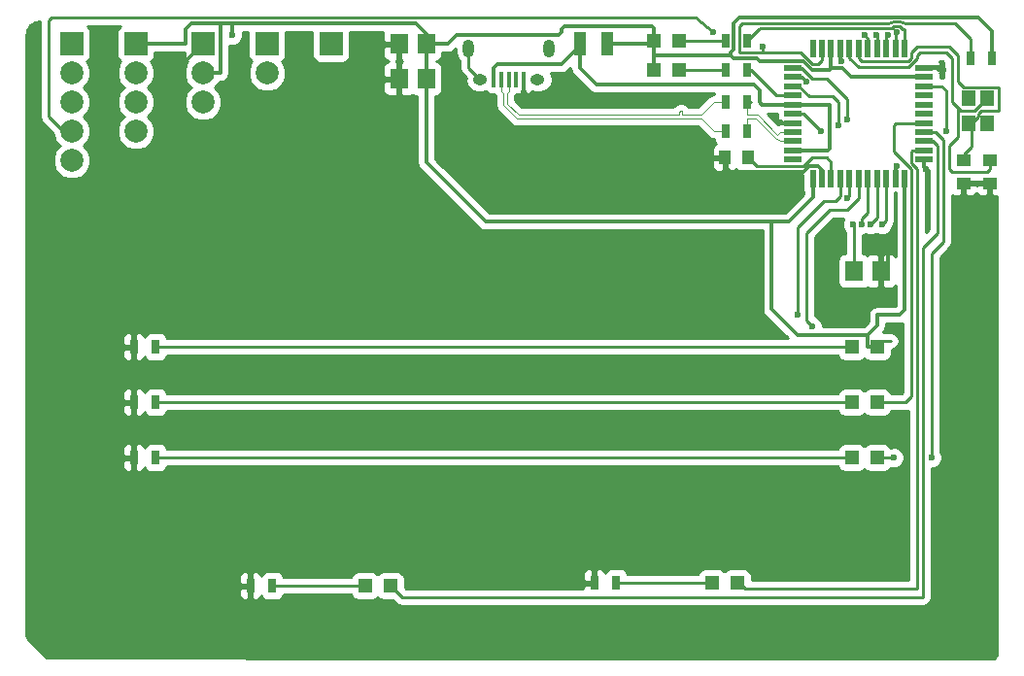
<source format=gbr>
G04 #@! TF.FileFunction,Copper,L2,Bot,Signal*
%FSLAX46Y46*%
G04 Gerber Fmt 4.6, Leading zero omitted, Abs format (unit mm)*
G04 Created by KiCad (PCBNEW 4.0.4-stable) date Saturday, 28 October 2017 'AMt' 09:45:45*
%MOMM*%
%LPD*%
G01*
G04 APERTURE LIST*
%ADD10C,0.100000*%
%ADD11R,1.500000X0.550000*%
%ADD12R,0.550000X1.500000*%
%ADD13R,0.400000X1.350000*%
%ADD14O,1.250000X0.950000*%
%ADD15O,1.000000X1.550000*%
%ADD16R,1.140000X2.030000*%
%ADD17R,1.200000X1.400000*%
%ADD18R,1.200000X1.200000*%
%ADD19R,0.700000X1.300000*%
%ADD20R,1.250000X1.000000*%
%ADD21R,1.000000X1.250000*%
%ADD22R,1.550000X1.800000*%
%ADD23R,2.000000X2.000000*%
%ADD24C,2.000000*%
%ADD25C,0.600000*%
%ADD26C,0.300000*%
%ADD27C,0.250000*%
%ADD28C,0.125000*%
%ADD29C,0.254000*%
G04 APERTURE END LIST*
D10*
D11*
X186832000Y-84010000D03*
X186832000Y-83210000D03*
X186832000Y-82410000D03*
X186832000Y-81610000D03*
X186832000Y-80810000D03*
X186832000Y-80010000D03*
X186832000Y-79210000D03*
X186832000Y-78410000D03*
X186832000Y-77610000D03*
X186832000Y-76810000D03*
X186832000Y-76010000D03*
D12*
X188532000Y-74310000D03*
X189332000Y-74310000D03*
X190132000Y-74310000D03*
X190932000Y-74310000D03*
X191732000Y-74310000D03*
X192532000Y-74310000D03*
X193332000Y-74310000D03*
X194132000Y-74310000D03*
X194932000Y-74310000D03*
X195732000Y-74310000D03*
X196532000Y-74310000D03*
D11*
X198232000Y-76010000D03*
X198232000Y-76810000D03*
X198232000Y-77610000D03*
X198232000Y-78410000D03*
X198232000Y-79210000D03*
X198232000Y-80010000D03*
X198232000Y-80810000D03*
X198232000Y-81610000D03*
X198232000Y-82410000D03*
X198232000Y-83210000D03*
X198232000Y-84010000D03*
D12*
X196532000Y-85710000D03*
X195732000Y-85710000D03*
X194932000Y-85710000D03*
X194132000Y-85710000D03*
X193332000Y-85710000D03*
X192532000Y-85710000D03*
X191732000Y-85710000D03*
X190932000Y-85710000D03*
X190132000Y-85710000D03*
X189332000Y-85710000D03*
X188532000Y-85710000D03*
D13*
X160751100Y-77000540D03*
X161401100Y-77000540D03*
X162051100Y-77000540D03*
X162701100Y-77000540D03*
X163351100Y-77000540D03*
D14*
X159551100Y-77000540D03*
X164551100Y-77000540D03*
D15*
X158551100Y-74300540D03*
X165551100Y-74300540D03*
D16*
X168218000Y-73914000D03*
X170618000Y-73914000D03*
D17*
X202146000Y-80856000D03*
X202146000Y-78656000D03*
X203746000Y-80856000D03*
X203746000Y-78656000D03*
D18*
X194140000Y-100330000D03*
X191940000Y-100330000D03*
X194140000Y-105156000D03*
X191940000Y-105156000D03*
X194140000Y-109982000D03*
X191940000Y-109982000D03*
X181948000Y-120904000D03*
X179748000Y-120904000D03*
X151722000Y-121158000D03*
X149522000Y-121158000D03*
D19*
X131252000Y-100330000D03*
X129352000Y-100330000D03*
X131252000Y-105156000D03*
X129352000Y-105156000D03*
X131252000Y-109982000D03*
X129352000Y-109982000D03*
X171384000Y-120904000D03*
X169484000Y-120904000D03*
X141412000Y-121158000D03*
X139512000Y-121158000D03*
X182814000Y-78994000D03*
X180914000Y-78994000D03*
X182814000Y-81534000D03*
X180914000Y-81534000D03*
X202250000Y-75184000D03*
X204150000Y-75184000D03*
D20*
X203962000Y-84090000D03*
X203962000Y-86090000D03*
X201676000Y-84090000D03*
X201676000Y-86090000D03*
D21*
X182864000Y-83820000D03*
X180864000Y-83820000D03*
D22*
X154845000Y-73914000D03*
X152495000Y-73914000D03*
X154845000Y-76962000D03*
X152495000Y-76962000D03*
D23*
X135382000Y-73914000D03*
D24*
X135382000Y-76454000D03*
X135382000Y-78994000D03*
D23*
X123952000Y-73914000D03*
D24*
X123952000Y-76454000D03*
X123952000Y-78994000D03*
X123952000Y-81534000D03*
X123952000Y-84074000D03*
D23*
X129540000Y-73914000D03*
D24*
X129540000Y-76454000D03*
X129540000Y-78994000D03*
X129540000Y-81534000D03*
D23*
X146558000Y-73914000D03*
X140970000Y-73914000D03*
D24*
X140970000Y-76454000D03*
D22*
X192119000Y-93726000D03*
X194469000Y-93726000D03*
D18*
X174668000Y-73660000D03*
X176868000Y-73660000D03*
X174668000Y-76200000D03*
X176868000Y-76200000D03*
D19*
X182814000Y-73660000D03*
X180914000Y-73660000D03*
X182814000Y-76200000D03*
X180914000Y-76200000D03*
D25*
X191008000Y-75438000D03*
X199898000Y-76200000D03*
X195580000Y-91440000D03*
X195834000Y-84582000D03*
X198374000Y-84836000D03*
X201676000Y-87884000D03*
X163322000Y-78232000D03*
X179578000Y-83820000D03*
X185674000Y-80772000D03*
X137922000Y-73152000D03*
X195580000Y-109982000D03*
X198882000Y-109982000D03*
X190754000Y-81026000D03*
X191516000Y-80518000D03*
X187960000Y-77216000D03*
X184150000Y-74168000D03*
X187198000Y-97536000D03*
X191516000Y-87376000D03*
X188468000Y-98552000D03*
X195072000Y-73152000D03*
X195834000Y-72898000D03*
X194056000Y-73152000D03*
X179832000Y-72898000D03*
X193040000Y-73152000D03*
X200152000Y-81534000D03*
X194564000Y-89662000D03*
X193548000Y-89662000D03*
X192786000Y-89662000D03*
X192024000Y-89662000D03*
X189230000Y-81534000D03*
D26*
X187706000Y-79248000D02*
X189992000Y-79248000D01*
X189840000Y-83210000D02*
X186832000Y-83210000D01*
X189992000Y-83058000D02*
X189840000Y-83210000D01*
X189992000Y-79248000D02*
X189992000Y-83058000D01*
X187668000Y-79210000D02*
X187706000Y-79248000D01*
X186832000Y-79210000D02*
X187668000Y-79210000D01*
X168218000Y-73914000D02*
X168218000Y-76016000D01*
X184112000Y-79210000D02*
X186832000Y-79210000D01*
X183896000Y-78994000D02*
X184112000Y-79210000D01*
X183896000Y-77978000D02*
X183896000Y-78994000D01*
X183388000Y-77470000D02*
X183896000Y-77978000D01*
X169672000Y-77470000D02*
X183388000Y-77470000D01*
X168218000Y-76016000D02*
X169672000Y-77470000D01*
X168218000Y-73914000D02*
X168218000Y-74098000D01*
X168218000Y-74098000D02*
X166624000Y-75692000D01*
X166624000Y-75692000D02*
X161036000Y-75692000D01*
X161036000Y-75692000D02*
X160751100Y-75976900D01*
X160751100Y-75976900D02*
X160751100Y-77000540D01*
X195072000Y-91440000D02*
X195072000Y-93123000D01*
X195072000Y-93123000D02*
X194469000Y-93726000D01*
X152495000Y-76962000D02*
X152495000Y-78391000D01*
X134112000Y-75184000D02*
X135382000Y-73914000D01*
X133096000Y-76200000D02*
X134112000Y-75184000D01*
X133096000Y-81534000D02*
X133096000Y-76200000D01*
X149352000Y-81534000D02*
X133096000Y-81534000D01*
X152495000Y-78391000D02*
X149352000Y-81534000D01*
X190932000Y-75362000D02*
X190932000Y-74310000D01*
X191008000Y-75438000D02*
X190932000Y-75362000D01*
X189332000Y-85710000D02*
X189332000Y-84938000D01*
X180864000Y-84598000D02*
X180864000Y-83820000D01*
X181356000Y-85090000D02*
X180864000Y-84598000D01*
X187706000Y-85090000D02*
X181356000Y-85090000D01*
X188214000Y-84582000D02*
X187706000Y-85090000D01*
X188976000Y-84582000D02*
X188214000Y-84582000D01*
X189332000Y-84938000D02*
X188976000Y-84582000D01*
X199708000Y-76010000D02*
X198232000Y-76010000D01*
X199898000Y-76200000D02*
X199708000Y-76010000D01*
X195580000Y-91440000D02*
X195072000Y-91440000D01*
X195732000Y-84684000D02*
X195732000Y-85710000D01*
X195834000Y-84582000D02*
X195732000Y-84684000D01*
X201676000Y-86090000D02*
X201676000Y-87884000D01*
X198232000Y-84694000D02*
X198232000Y-84010000D01*
X198374000Y-84836000D02*
X198232000Y-84694000D01*
X163351100Y-78202900D02*
X163351100Y-77000540D01*
X163322000Y-78232000D02*
X163351100Y-78202900D01*
X186832000Y-80810000D02*
X185712000Y-80810000D01*
X179578000Y-83820000D02*
X180864000Y-83820000D01*
X185712000Y-80810000D02*
X185674000Y-80772000D01*
D27*
X194564000Y-99822000D02*
X195326000Y-99822000D01*
D26*
X193294000Y-99314000D02*
X193294000Y-100330000D01*
X193294000Y-100330000D02*
X194140000Y-100330000D01*
X194140000Y-100330000D02*
X194140000Y-100160000D01*
X137922000Y-73152000D02*
X137922000Y-72136000D01*
X131572000Y-73914000D02*
X132080000Y-73914000D01*
X136906000Y-72136000D02*
X136906000Y-76454000D01*
X136906000Y-76454000D02*
X135382000Y-76454000D01*
X132080000Y-73914000D02*
X133858000Y-73914000D01*
X136906000Y-72136000D02*
X134620000Y-72136000D01*
X133858000Y-73914000D02*
X133858000Y-72644000D01*
X133858000Y-72644000D02*
X134366000Y-72136000D01*
X134366000Y-72136000D02*
X134620000Y-72136000D01*
X154845000Y-73914000D02*
X154845000Y-73057000D01*
X154845000Y-73057000D02*
X153924000Y-72136000D01*
X153924000Y-72136000D02*
X137922000Y-72136000D01*
X137922000Y-72136000D02*
X136906000Y-72136000D01*
X131572000Y-73914000D02*
X129540000Y-73914000D01*
X194140000Y-97536000D02*
X194140000Y-98468000D01*
X184912000Y-97028000D02*
X184912000Y-89408000D01*
X187198000Y-99314000D02*
X184912000Y-97028000D01*
X193294000Y-99314000D02*
X187198000Y-99314000D01*
X194140000Y-98468000D02*
X193294000Y-99314000D01*
X154845000Y-76962000D02*
X154845000Y-84233000D01*
X154845000Y-84233000D02*
X160020000Y-89408000D01*
X160020000Y-89408000D02*
X184912000Y-89408000D01*
X188532000Y-87312000D02*
X188532000Y-85710000D01*
X184912000Y-89408000D02*
X186436000Y-89408000D01*
X186436000Y-89408000D02*
X188532000Y-87312000D01*
X182118000Y-71628000D02*
X181610000Y-72136000D01*
X181610000Y-72136000D02*
X181610000Y-72390000D01*
X194140000Y-97536000D02*
X196088000Y-97536000D01*
X196532000Y-97092000D02*
X196532000Y-85710000D01*
X196088000Y-97536000D02*
X196532000Y-97092000D01*
X204150000Y-72832000D02*
X204150000Y-73340000D01*
X202946000Y-71628000D02*
X204150000Y-72832000D01*
X182118000Y-71628000D02*
X202946000Y-71628000D01*
X187960000Y-75692000D02*
X188214000Y-75946000D01*
X188468000Y-76200000D02*
X188722000Y-76200000D01*
X188214000Y-75946000D02*
X188468000Y-76200000D01*
X181610000Y-74422000D02*
X181610000Y-72390000D01*
X181356000Y-74930000D02*
X181356000Y-74676000D01*
X181356000Y-74676000D02*
X181610000Y-74422000D01*
X183642000Y-75184000D02*
X181610000Y-75184000D01*
X181610000Y-75184000D02*
X181356000Y-74930000D01*
X187706000Y-75438000D02*
X187452000Y-75438000D01*
X187960000Y-75692000D02*
X187706000Y-75438000D01*
X183642000Y-75184000D02*
X183896000Y-75438000D01*
X183896000Y-75438000D02*
X187452000Y-75438000D01*
X204150000Y-73340000D02*
X204150000Y-75184000D01*
X190132000Y-76060000D02*
X191122000Y-76060000D01*
X191872000Y-76810000D02*
X198232000Y-76810000D01*
X191122000Y-76060000D02*
X191872000Y-76810000D01*
X174668000Y-74930000D02*
X181356000Y-74930000D01*
X190132000Y-76060000D02*
X190132000Y-74310000D01*
X189992000Y-76200000D02*
X190132000Y-76060000D01*
X188722000Y-76200000D02*
X189992000Y-76200000D01*
X154845000Y-73914000D02*
X156718000Y-73914000D01*
X174668000Y-72560000D02*
X174668000Y-73660000D01*
X174498000Y-72390000D02*
X174668000Y-72560000D01*
X166878000Y-72390000D02*
X174498000Y-72390000D01*
X166624000Y-72644000D02*
X166878000Y-72390000D01*
X166624000Y-72898000D02*
X166624000Y-72644000D01*
X166370000Y-73152000D02*
X166624000Y-72898000D01*
X157480000Y-73152000D02*
X166370000Y-73152000D01*
X156718000Y-73914000D02*
X157480000Y-73152000D01*
X154845000Y-73914000D02*
X154845000Y-76962000D01*
X174668000Y-73660000D02*
X174668000Y-74930000D01*
X174668000Y-74930000D02*
X174668000Y-76200000D01*
X170618000Y-73914000D02*
X174414000Y-73914000D01*
X174414000Y-73914000D02*
X174668000Y-73660000D01*
D27*
X131252000Y-105156000D02*
X191940000Y-105156000D01*
X131252000Y-109982000D02*
X191940000Y-109982000D01*
X158551100Y-76000540D02*
X159551100Y-77000540D01*
X158551100Y-74300540D02*
X158551100Y-76000540D01*
D28*
X182814000Y-78994000D02*
X182814000Y-80111500D01*
X182814000Y-80111500D02*
X183705166Y-80111500D01*
X183705166Y-80111500D02*
X185451166Y-81857500D01*
X185459500Y-81857500D02*
X185707000Y-81610000D01*
X185451166Y-81857500D02*
X185459500Y-81857500D01*
X185707000Y-81610000D02*
X186832000Y-81610000D01*
D27*
X182814000Y-78994000D02*
X183134000Y-78994000D01*
D28*
X182814000Y-81534000D02*
X182814000Y-80416500D01*
X182814000Y-80416500D02*
X183578834Y-80416500D01*
X183578834Y-80416500D02*
X185324834Y-82162500D01*
X185324834Y-82162500D02*
X185459500Y-82162500D01*
X185459500Y-82162500D02*
X185707000Y-82410000D01*
X185707000Y-82410000D02*
X186832000Y-82410000D01*
D27*
X197104000Y-99060000D02*
X197104000Y-104648000D01*
X196596000Y-105156000D02*
X194140000Y-105156000D01*
X197104000Y-104648000D02*
X196596000Y-105156000D01*
X197104000Y-99060000D02*
X197104000Y-84836000D01*
X197104000Y-84836000D02*
X195580000Y-83312000D01*
X195580000Y-83312000D02*
X195580000Y-81026000D01*
X195580000Y-81026000D02*
X195796000Y-80810000D01*
X195796000Y-80810000D02*
X198232000Y-80810000D01*
X198882000Y-106680000D02*
X198882000Y-109982000D01*
X195580000Y-109982000D02*
X194140000Y-109982000D01*
X198882000Y-106680000D02*
X198882000Y-92202000D01*
X198882000Y-92202000D02*
X199898000Y-91186000D01*
X199898000Y-91186000D02*
X199898000Y-82296000D01*
X199898000Y-82296000D02*
X199212000Y-81610000D01*
X199212000Y-81610000D02*
X198232000Y-81610000D01*
X191940000Y-100330000D02*
X131252000Y-100330000D01*
X179748000Y-120904000D02*
X171384000Y-120904000D01*
X149522000Y-121158000D02*
X141412000Y-121158000D01*
X186832000Y-77610000D02*
X187338000Y-77610000D01*
X187338000Y-77610000D02*
X188214000Y-78486000D01*
X188214000Y-78486000D02*
X190246000Y-78486000D01*
X190754000Y-78994000D02*
X190754000Y-81026000D01*
X190246000Y-78486000D02*
X190754000Y-78994000D01*
X186832000Y-76010000D02*
X187516000Y-76010000D01*
X187516000Y-76010000D02*
X188468000Y-76962000D01*
X188468000Y-76962000D02*
X188722000Y-76962000D01*
X186832000Y-76010000D02*
X187262000Y-76010000D01*
X188722000Y-76962000D02*
X189738000Y-76962000D01*
X189738000Y-76962000D02*
X191516000Y-78740000D01*
X191516000Y-78740000D02*
X191516000Y-80518000D01*
X186832000Y-76810000D02*
X187554000Y-76810000D01*
X187554000Y-76810000D02*
X187960000Y-77216000D01*
X184150000Y-74168000D02*
X184150000Y-74676000D01*
X195072000Y-72136000D02*
X195595240Y-71988680D01*
X195595240Y-71988680D02*
X195808600Y-71958200D01*
X195808600Y-71958200D02*
X196074323Y-71991415D01*
X196074323Y-71991415D02*
X196596000Y-72136000D01*
X189332000Y-74310000D02*
X189332000Y-75336000D01*
X202250000Y-73472000D02*
X202250000Y-75184000D01*
X200914000Y-72136000D02*
X202250000Y-73472000D01*
X182372000Y-72136000D02*
X195072000Y-72136000D01*
X196596000Y-72136000D02*
X200914000Y-72136000D01*
X182118000Y-72390000D02*
X182372000Y-72136000D01*
X182118000Y-74676000D02*
X182118000Y-72390000D01*
X187452000Y-74676000D02*
X184150000Y-74676000D01*
X184150000Y-74676000D02*
X182118000Y-74676000D01*
X188468000Y-75692000D02*
X187452000Y-74676000D01*
X188976000Y-75692000D02*
X188468000Y-75692000D01*
X189332000Y-75336000D02*
X188976000Y-75692000D01*
D28*
X161401100Y-77000540D02*
X161401100Y-78013040D01*
X161573600Y-79239266D02*
X162750834Y-80416500D01*
X161401100Y-78013040D02*
X161573600Y-78185540D01*
X161573600Y-78185540D02*
X161573600Y-79239266D01*
X162750834Y-80416500D02*
X178821500Y-80416500D01*
X178821500Y-80416500D02*
X179939000Y-81534000D01*
X179939000Y-81534000D02*
X180914000Y-81534000D01*
X180914000Y-78994000D02*
X179939000Y-78994000D01*
X176917000Y-79875742D02*
X176917000Y-79986500D01*
X176920134Y-79847926D02*
X176917000Y-79875742D01*
X177214063Y-80084228D02*
X177194271Y-80064436D01*
X177139728Y-79797805D02*
X177119936Y-79778013D01*
X179939000Y-78994000D02*
X178821500Y-80111500D01*
X176819815Y-80108365D02*
X176792000Y-80111500D01*
X178821500Y-80111500D02*
X177292000Y-80111500D01*
X176987764Y-79763120D02*
X176964063Y-79778013D01*
X177292000Y-80111500D02*
X177264184Y-80108365D01*
X177264184Y-80108365D02*
X177237764Y-80099121D01*
X162877166Y-80111500D02*
X161878600Y-79112934D01*
X177096235Y-79763120D02*
X177069815Y-79753876D01*
X176792000Y-80111500D02*
X162877166Y-80111500D01*
X176964063Y-79778013D02*
X176944271Y-79797805D01*
X177237764Y-80099121D02*
X177214063Y-80084228D01*
X177194271Y-80064436D02*
X177179378Y-80040735D01*
X177179378Y-80040735D02*
X177170134Y-80014315D01*
X177170134Y-80014315D02*
X177167000Y-79986500D01*
X177167000Y-79986500D02*
X177167000Y-79875742D01*
X176869936Y-80084228D02*
X176846235Y-80099121D01*
X177167000Y-79875742D02*
X177163865Y-79847926D01*
X177119936Y-79778013D02*
X177096235Y-79763120D01*
X161878600Y-78185540D02*
X162051100Y-78013040D01*
X177163865Y-79847926D02*
X177154621Y-79821506D01*
X176913865Y-80014315D02*
X176904621Y-80040735D01*
X177069815Y-79753876D02*
X177042000Y-79750742D01*
X177154621Y-79821506D02*
X177139728Y-79797805D01*
X177042000Y-79750742D02*
X177014184Y-79753876D01*
X177014184Y-79753876D02*
X176987764Y-79763120D01*
X176944271Y-79797805D02*
X176929378Y-79821506D01*
X176929378Y-79821506D02*
X176920134Y-79847926D01*
X176846235Y-80099121D02*
X176819815Y-80108365D01*
X176917000Y-79986500D02*
X176913865Y-80014315D01*
X176904621Y-80040735D02*
X176889728Y-80064436D01*
X176889728Y-80064436D02*
X176869936Y-80084228D01*
X161878600Y-79112934D02*
X161878600Y-78185540D01*
X162051100Y-78013040D02*
X162051100Y-77000540D01*
D27*
X187198000Y-96520000D02*
X187198000Y-97536000D01*
X190932000Y-87198000D02*
X190500000Y-87630000D01*
X190500000Y-87630000D02*
X189484000Y-87630000D01*
X189484000Y-87630000D02*
X187198000Y-89916000D01*
X187198000Y-89916000D02*
X187198000Y-96520000D01*
X190932000Y-87198000D02*
X190932000Y-85710000D01*
X191732000Y-87160000D02*
X191732000Y-85710000D01*
X191516000Y-87376000D02*
X191732000Y-87160000D01*
X192532000Y-85710000D02*
X192532000Y-87376000D01*
X187960000Y-98044000D02*
X188468000Y-98552000D01*
X187960000Y-90424000D02*
X187960000Y-98044000D01*
X189992000Y-88392000D02*
X187960000Y-90424000D01*
X191516000Y-88392000D02*
X189992000Y-88392000D01*
X192532000Y-87376000D02*
X191516000Y-88392000D01*
X203200000Y-79756000D02*
X203454000Y-79756000D01*
X202946000Y-80010000D02*
X203200000Y-79756000D01*
X202946000Y-80264000D02*
X202946000Y-80010000D01*
X202946000Y-80264000D02*
X202400000Y-80810000D01*
X196850000Y-75438000D02*
X197104000Y-75184000D01*
X192532000Y-75184000D02*
X192786000Y-75438000D01*
X192786000Y-75438000D02*
X196850000Y-75438000D01*
X192532000Y-74310000D02*
X192532000Y-75184000D01*
X203708000Y-79756000D02*
X203454000Y-79756000D01*
X204724000Y-79756000D02*
X203708000Y-79756000D01*
X201676000Y-77724000D02*
X204724000Y-77724000D01*
X201168000Y-77216000D02*
X201676000Y-77724000D01*
X201168000Y-74930000D02*
X201168000Y-77216000D01*
X200406000Y-74168000D02*
X201168000Y-74930000D01*
X198374000Y-74168000D02*
X200406000Y-74168000D01*
X204724000Y-77724000D02*
X204724000Y-79756000D01*
X197104000Y-75184000D02*
X197104000Y-74676000D01*
X197104000Y-74676000D02*
X197358000Y-74422000D01*
X197358000Y-74422000D02*
X197612000Y-74168000D01*
X197612000Y-74168000D02*
X198374000Y-74168000D01*
X202400000Y-80810000D02*
X202400000Y-80856000D01*
X201676000Y-84090000D02*
X201676000Y-83566000D01*
X202400000Y-82842000D02*
X202400000Y-80856000D01*
X201676000Y-83566000D02*
X202400000Y-82842000D01*
X200406000Y-84836000D02*
X200406000Y-82804000D01*
X200406000Y-82804000D02*
X200660000Y-82550000D01*
X201168000Y-79502000D02*
X201168000Y-82042000D01*
X201168000Y-82042000D02*
X200660000Y-82550000D01*
X203962000Y-84836000D02*
X203962000Y-84090000D01*
X203708000Y-85090000D02*
X203962000Y-84836000D01*
X200660000Y-85090000D02*
X203708000Y-85090000D01*
X200406000Y-84836000D02*
X200660000Y-85090000D01*
X191732000Y-74310000D02*
X191732000Y-75146000D01*
X202646000Y-79756000D02*
X203746000Y-78656000D01*
X201422000Y-79756000D02*
X202646000Y-79756000D01*
X200660000Y-78994000D02*
X201168000Y-79502000D01*
X201168000Y-79502000D02*
X201422000Y-79756000D01*
X200660000Y-75184000D02*
X200660000Y-78994000D01*
X200152000Y-74676000D02*
X200660000Y-75184000D01*
X197866000Y-74676000D02*
X200152000Y-74676000D01*
X197612000Y-74930000D02*
X197866000Y-74676000D01*
X197612000Y-75184000D02*
X197612000Y-74930000D01*
X196850000Y-75946000D02*
X197612000Y-75184000D01*
X192532000Y-75946000D02*
X196850000Y-75946000D01*
X191732000Y-75146000D02*
X192532000Y-75946000D01*
X198120000Y-122174000D02*
X152738000Y-122174000D01*
X152738000Y-122174000D02*
X151722000Y-121158000D01*
X198232000Y-82410000D02*
X198996000Y-82410000D01*
X198120000Y-91694000D02*
X198120000Y-122174000D01*
X199390000Y-90424000D02*
X198120000Y-91694000D01*
X199390000Y-82804000D02*
X199390000Y-90424000D01*
X198996000Y-82410000D02*
X199390000Y-82804000D01*
X180914000Y-73660000D02*
X176868000Y-73660000D01*
X197612000Y-117602000D02*
X197612000Y-121412000D01*
X182626000Y-121412000D02*
X182118000Y-120904000D01*
X183134000Y-121412000D02*
X182626000Y-121412000D01*
X197612000Y-121412000D02*
X183134000Y-121412000D01*
X182118000Y-120904000D02*
X181948000Y-120904000D01*
X198232000Y-83210000D02*
X197206000Y-83210000D01*
X197612000Y-84836000D02*
X197612000Y-117602000D01*
X197104000Y-84328000D02*
X197612000Y-84836000D01*
X197104000Y-83312000D02*
X197104000Y-84328000D01*
X197206000Y-83210000D02*
X197104000Y-83312000D01*
X176868000Y-76200000D02*
X180914000Y-76200000D01*
X194932000Y-74310000D02*
X194932000Y-73292000D01*
X194932000Y-73292000D02*
X195072000Y-73152000D01*
X195834000Y-72898000D02*
X195732000Y-73000000D01*
X195732000Y-73000000D02*
X195732000Y-74310000D01*
X194132000Y-74310000D02*
X194132000Y-73228000D01*
X194132000Y-73228000D02*
X194056000Y-73152000D01*
X123952000Y-81534000D02*
X123190000Y-81534000D01*
X123190000Y-81534000D02*
X121920000Y-80264000D01*
X121920000Y-80264000D02*
X121920000Y-71882000D01*
X121920000Y-71882000D02*
X122174000Y-71628000D01*
X122174000Y-71628000D02*
X178308000Y-71628000D01*
X178308000Y-71628000D02*
X179832000Y-72898000D01*
X193040000Y-73152000D02*
X193332000Y-73444000D01*
X193332000Y-73444000D02*
X193332000Y-74310000D01*
X198232000Y-77610000D02*
X199784000Y-77610000D01*
X200152000Y-77978000D02*
X200152000Y-81534000D01*
X199784000Y-77610000D02*
X200152000Y-77978000D01*
X194932000Y-85710000D02*
X194932000Y-89294000D01*
X194932000Y-89294000D02*
X194564000Y-89662000D01*
X194132000Y-85710000D02*
X194132000Y-89078000D01*
X194132000Y-89078000D02*
X193548000Y-89662000D01*
X193332000Y-85710000D02*
X193332000Y-88608000D01*
X192786000Y-89154000D02*
X192786000Y-89662000D01*
X193332000Y-88608000D02*
X192786000Y-89154000D01*
X195453000Y-72517000D02*
X183957000Y-72517000D01*
X183957000Y-72517000D02*
X183830000Y-72644000D01*
X196088000Y-72390000D02*
X196342000Y-72644000D01*
X195580000Y-72390000D02*
X196088000Y-72390000D01*
X195453000Y-72517000D02*
X195580000Y-72390000D01*
X196532000Y-72644000D02*
X196342000Y-72644000D01*
X196532000Y-72644000D02*
X196532000Y-74310000D01*
X183830000Y-72644000D02*
X182814000Y-73660000D01*
X182814000Y-76200000D02*
X183134000Y-76200000D01*
X183134000Y-76200000D02*
X185344000Y-78410000D01*
X185344000Y-78410000D02*
X186832000Y-78410000D01*
X182864000Y-83820000D02*
X182880000Y-83820000D01*
X182880000Y-83820000D02*
X183642000Y-84582000D01*
X183642000Y-84582000D02*
X187706000Y-84582000D01*
X187706000Y-84582000D02*
X188468000Y-83820000D01*
X188468000Y-83820000D02*
X189738000Y-83820000D01*
X189738000Y-83820000D02*
X190132000Y-84214000D01*
X190132000Y-84214000D02*
X190132000Y-85710000D01*
X192119000Y-93726000D02*
X192119000Y-91440000D01*
X192024000Y-89662000D02*
X192119000Y-89757000D01*
X192119000Y-89757000D02*
X192119000Y-91440000D01*
X187706000Y-80010000D02*
X187960000Y-80264000D01*
X187706000Y-80010000D02*
X186832000Y-80010000D01*
X187960000Y-80264000D02*
X189230000Y-81534000D01*
D29*
G36*
X121160000Y-80264000D02*
X121217852Y-80554839D01*
X121382599Y-80801401D01*
X122316823Y-81735625D01*
X122316716Y-81857795D01*
X122565106Y-82458943D01*
X122909759Y-82804199D01*
X122566722Y-83146637D01*
X122317284Y-83747352D01*
X122316716Y-84397795D01*
X122565106Y-84998943D01*
X123024637Y-85459278D01*
X123625352Y-85708716D01*
X124275795Y-85709284D01*
X124876943Y-85460894D01*
X125337278Y-85001363D01*
X125586716Y-84400648D01*
X125587284Y-83750205D01*
X125338894Y-83149057D01*
X124994241Y-82803801D01*
X125337278Y-82461363D01*
X125586716Y-81860648D01*
X125587284Y-81210205D01*
X125338894Y-80609057D01*
X124994241Y-80263801D01*
X125337278Y-79921363D01*
X125586716Y-79320648D01*
X125587284Y-78670205D01*
X125338894Y-78069057D01*
X124994241Y-77723801D01*
X125337278Y-77381363D01*
X125586716Y-76780648D01*
X125587284Y-76130205D01*
X125338894Y-75529057D01*
X125272379Y-75462426D01*
X125403441Y-75378090D01*
X125548431Y-75165890D01*
X125599440Y-74914000D01*
X125599440Y-72914000D01*
X125555162Y-72678683D01*
X125416090Y-72462559D01*
X125306969Y-72388000D01*
X128184770Y-72388000D01*
X128088559Y-72449910D01*
X127943569Y-72662110D01*
X127892560Y-72914000D01*
X127892560Y-74914000D01*
X127936838Y-75149317D01*
X128075910Y-75365441D01*
X128218561Y-75462910D01*
X128154722Y-75526637D01*
X127905284Y-76127352D01*
X127904716Y-76777795D01*
X128153106Y-77378943D01*
X128497759Y-77724199D01*
X128154722Y-78066637D01*
X127905284Y-78667352D01*
X127904716Y-79317795D01*
X128153106Y-79918943D01*
X128497759Y-80264199D01*
X128154722Y-80606637D01*
X127905284Y-81207352D01*
X127904716Y-81857795D01*
X128153106Y-82458943D01*
X128612637Y-82919278D01*
X129213352Y-83168716D01*
X129863795Y-83169284D01*
X130464943Y-82920894D01*
X130925278Y-82461363D01*
X131174716Y-81860648D01*
X131175284Y-81210205D01*
X130926894Y-80609057D01*
X130582241Y-80263801D01*
X130925278Y-79921363D01*
X131174716Y-79320648D01*
X131175284Y-78670205D01*
X130926894Y-78069057D01*
X130582241Y-77723801D01*
X130925278Y-77381363D01*
X131174716Y-76780648D01*
X131175284Y-76130205D01*
X130926894Y-75529057D01*
X130860379Y-75462426D01*
X130991441Y-75378090D01*
X131136431Y-75165890D01*
X131187440Y-74914000D01*
X131187440Y-74699000D01*
X133747000Y-74699000D01*
X133747000Y-75040310D01*
X133843673Y-75273699D01*
X134022302Y-75452327D01*
X134056834Y-75466630D01*
X133996722Y-75526637D01*
X133747284Y-76127352D01*
X133746716Y-76777795D01*
X133995106Y-77378943D01*
X134339759Y-77724199D01*
X133996722Y-78066637D01*
X133747284Y-78667352D01*
X133746716Y-79317795D01*
X133995106Y-79918943D01*
X134454637Y-80379278D01*
X135055352Y-80628716D01*
X135705795Y-80629284D01*
X136306943Y-80380894D01*
X136767278Y-79921363D01*
X137016716Y-79320648D01*
X137017284Y-78670205D01*
X136768894Y-78069057D01*
X136424241Y-77723801D01*
X136767278Y-77381363D01*
X136826392Y-77239000D01*
X136906000Y-77239000D01*
X137206406Y-77179245D01*
X137461079Y-77009079D01*
X137631245Y-76754406D01*
X137691000Y-76454000D01*
X137691000Y-74068484D01*
X137735201Y-74086838D01*
X138107167Y-74087162D01*
X138450943Y-73945117D01*
X138714192Y-73682327D01*
X138856838Y-73338799D01*
X138857162Y-72966833D01*
X138838224Y-72921000D01*
X139322560Y-72921000D01*
X139322560Y-74914000D01*
X139366838Y-75149317D01*
X139505910Y-75365441D01*
X139648561Y-75462910D01*
X139584722Y-75526637D01*
X139335284Y-76127352D01*
X139334716Y-76777795D01*
X139583106Y-77378943D01*
X140042637Y-77839278D01*
X140643352Y-78088716D01*
X141293795Y-78089284D01*
X141894943Y-77840894D01*
X142355278Y-77381363D01*
X142410758Y-77247750D01*
X151085000Y-77247750D01*
X151085000Y-77988310D01*
X151181673Y-78221699D01*
X151360302Y-78400327D01*
X151593691Y-78497000D01*
X152209250Y-78497000D01*
X152368000Y-78338250D01*
X152368000Y-77089000D01*
X151243750Y-77089000D01*
X151085000Y-77247750D01*
X142410758Y-77247750D01*
X142604716Y-76780648D01*
X142605284Y-76130205D01*
X142356894Y-75529057D01*
X142290379Y-75462426D01*
X142421441Y-75378090D01*
X142566431Y-75165890D01*
X142617440Y-74914000D01*
X142617440Y-72921000D01*
X144910560Y-72921000D01*
X144910560Y-74914000D01*
X144954838Y-75149317D01*
X145093910Y-75365441D01*
X145306110Y-75510431D01*
X145558000Y-75561440D01*
X147558000Y-75561440D01*
X147793317Y-75517162D01*
X148009441Y-75378090D01*
X148154431Y-75165890D01*
X148205440Y-74914000D01*
X148205440Y-74199750D01*
X151085000Y-74199750D01*
X151085000Y-74940310D01*
X151181673Y-75173699D01*
X151360302Y-75352327D01*
X151567135Y-75438000D01*
X151360302Y-75523673D01*
X151181673Y-75702301D01*
X151085000Y-75935690D01*
X151085000Y-76676250D01*
X151243750Y-76835000D01*
X152368000Y-76835000D01*
X152368000Y-75585750D01*
X152220250Y-75438000D01*
X152368000Y-75290250D01*
X152368000Y-74041000D01*
X151243750Y-74041000D01*
X151085000Y-74199750D01*
X148205440Y-74199750D01*
X148205440Y-72921000D01*
X151085000Y-72921000D01*
X151085000Y-73628250D01*
X151243750Y-73787000D01*
X152368000Y-73787000D01*
X152368000Y-73767000D01*
X152622000Y-73767000D01*
X152622000Y-73787000D01*
X152642000Y-73787000D01*
X152642000Y-74041000D01*
X152622000Y-74041000D01*
X152622000Y-75290250D01*
X152769750Y-75438000D01*
X152622000Y-75585750D01*
X152622000Y-76835000D01*
X152642000Y-76835000D01*
X152642000Y-77089000D01*
X152622000Y-77089000D01*
X152622000Y-78338250D01*
X152780750Y-78497000D01*
X153396309Y-78497000D01*
X153629698Y-78400327D01*
X153671660Y-78358366D01*
X153818110Y-78458431D01*
X154060000Y-78507415D01*
X154060000Y-84233000D01*
X154119755Y-84533407D01*
X154289921Y-84788079D01*
X159464921Y-89963079D01*
X159719593Y-90133245D01*
X160020000Y-90193000D01*
X184127000Y-90193000D01*
X184127000Y-97028000D01*
X184186755Y-97328407D01*
X184356921Y-97583079D01*
X186343842Y-99570000D01*
X132228742Y-99570000D01*
X132205162Y-99444683D01*
X132066090Y-99228559D01*
X131853890Y-99083569D01*
X131602000Y-99032560D01*
X130902000Y-99032560D01*
X130666683Y-99076838D01*
X130450559Y-99215910D01*
X130305569Y-99428110D01*
X130298809Y-99461490D01*
X130240327Y-99320301D01*
X130061698Y-99141673D01*
X129828309Y-99045000D01*
X129637750Y-99045000D01*
X129479000Y-99203750D01*
X129479000Y-100203000D01*
X129499000Y-100203000D01*
X129499000Y-100457000D01*
X129479000Y-100457000D01*
X129479000Y-101456250D01*
X129637750Y-101615000D01*
X129828309Y-101615000D01*
X130061698Y-101518327D01*
X130240327Y-101339699D01*
X130296654Y-101203713D01*
X130298838Y-101215317D01*
X130437910Y-101431441D01*
X130650110Y-101576431D01*
X130902000Y-101627440D01*
X131602000Y-101627440D01*
X131837317Y-101583162D01*
X132053441Y-101444090D01*
X132198431Y-101231890D01*
X132227164Y-101090000D01*
X190722666Y-101090000D01*
X190736838Y-101165317D01*
X190875910Y-101381441D01*
X191088110Y-101526431D01*
X191340000Y-101577440D01*
X192540000Y-101577440D01*
X192775317Y-101533162D01*
X192991441Y-101394090D01*
X193039134Y-101324289D01*
X193075910Y-101381441D01*
X193288110Y-101526431D01*
X193540000Y-101577440D01*
X194740000Y-101577440D01*
X194975317Y-101533162D01*
X195191441Y-101394090D01*
X195336431Y-101181890D01*
X195387440Y-100930000D01*
X195387440Y-100569779D01*
X195616839Y-100524148D01*
X195863401Y-100359401D01*
X196028148Y-100112839D01*
X196086000Y-99822000D01*
X196028148Y-99531161D01*
X195863401Y-99284599D01*
X195616839Y-99119852D01*
X195326000Y-99062000D01*
X194656158Y-99062000D01*
X194695079Y-99023079D01*
X194865245Y-98768406D01*
X194925000Y-98468000D01*
X194925000Y-98321000D01*
X196088000Y-98321000D01*
X196344000Y-98270078D01*
X196344000Y-104333198D01*
X196281198Y-104396000D01*
X195357334Y-104396000D01*
X195343162Y-104320683D01*
X195204090Y-104104559D01*
X194991890Y-103959569D01*
X194740000Y-103908560D01*
X193540000Y-103908560D01*
X193304683Y-103952838D01*
X193088559Y-104091910D01*
X193040866Y-104161711D01*
X193004090Y-104104559D01*
X192791890Y-103959569D01*
X192540000Y-103908560D01*
X191340000Y-103908560D01*
X191104683Y-103952838D01*
X190888559Y-104091910D01*
X190743569Y-104304110D01*
X190724961Y-104396000D01*
X132228742Y-104396000D01*
X132205162Y-104270683D01*
X132066090Y-104054559D01*
X131853890Y-103909569D01*
X131602000Y-103858560D01*
X130902000Y-103858560D01*
X130666683Y-103902838D01*
X130450559Y-104041910D01*
X130305569Y-104254110D01*
X130298809Y-104287490D01*
X130240327Y-104146301D01*
X130061698Y-103967673D01*
X129828309Y-103871000D01*
X129637750Y-103871000D01*
X129479000Y-104029750D01*
X129479000Y-105029000D01*
X129499000Y-105029000D01*
X129499000Y-105283000D01*
X129479000Y-105283000D01*
X129479000Y-106282250D01*
X129637750Y-106441000D01*
X129828309Y-106441000D01*
X130061698Y-106344327D01*
X130240327Y-106165699D01*
X130296654Y-106029713D01*
X130298838Y-106041317D01*
X130437910Y-106257441D01*
X130650110Y-106402431D01*
X130902000Y-106453440D01*
X131602000Y-106453440D01*
X131837317Y-106409162D01*
X132053441Y-106270090D01*
X132198431Y-106057890D01*
X132227164Y-105916000D01*
X190722666Y-105916000D01*
X190736838Y-105991317D01*
X190875910Y-106207441D01*
X191088110Y-106352431D01*
X191340000Y-106403440D01*
X192540000Y-106403440D01*
X192775317Y-106359162D01*
X192991441Y-106220090D01*
X193039134Y-106150289D01*
X193075910Y-106207441D01*
X193288110Y-106352431D01*
X193540000Y-106403440D01*
X194740000Y-106403440D01*
X194975317Y-106359162D01*
X195191441Y-106220090D01*
X195336431Y-106007890D01*
X195355039Y-105916000D01*
X196596000Y-105916000D01*
X196852000Y-105865078D01*
X196852000Y-120652000D01*
X183195440Y-120652000D01*
X183195440Y-120304000D01*
X183151162Y-120068683D01*
X183012090Y-119852559D01*
X182799890Y-119707569D01*
X182548000Y-119656560D01*
X181348000Y-119656560D01*
X181112683Y-119700838D01*
X180896559Y-119839910D01*
X180848866Y-119909711D01*
X180812090Y-119852559D01*
X180599890Y-119707569D01*
X180348000Y-119656560D01*
X179148000Y-119656560D01*
X178912683Y-119700838D01*
X178696559Y-119839910D01*
X178551569Y-120052110D01*
X178532961Y-120144000D01*
X172360742Y-120144000D01*
X172337162Y-120018683D01*
X172198090Y-119802559D01*
X171985890Y-119657569D01*
X171734000Y-119606560D01*
X171034000Y-119606560D01*
X170798683Y-119650838D01*
X170582559Y-119789910D01*
X170437569Y-120002110D01*
X170430809Y-120035490D01*
X170372327Y-119894301D01*
X170193698Y-119715673D01*
X169960309Y-119619000D01*
X169769750Y-119619000D01*
X169611000Y-119777750D01*
X169611000Y-120777000D01*
X169631000Y-120777000D01*
X169631000Y-121031000D01*
X169611000Y-121031000D01*
X169611000Y-121051000D01*
X169357000Y-121051000D01*
X169357000Y-121031000D01*
X168657750Y-121031000D01*
X168499000Y-121189750D01*
X168499000Y-121414000D01*
X153052802Y-121414000D01*
X152969440Y-121330638D01*
X152969440Y-120558000D01*
X152925162Y-120322683D01*
X152799688Y-120127690D01*
X168499000Y-120127690D01*
X168499000Y-120618250D01*
X168657750Y-120777000D01*
X169357000Y-120777000D01*
X169357000Y-119777750D01*
X169198250Y-119619000D01*
X169007691Y-119619000D01*
X168774302Y-119715673D01*
X168595673Y-119894301D01*
X168499000Y-120127690D01*
X152799688Y-120127690D01*
X152786090Y-120106559D01*
X152573890Y-119961569D01*
X152322000Y-119910560D01*
X151122000Y-119910560D01*
X150886683Y-119954838D01*
X150670559Y-120093910D01*
X150622866Y-120163711D01*
X150586090Y-120106559D01*
X150373890Y-119961569D01*
X150122000Y-119910560D01*
X148922000Y-119910560D01*
X148686683Y-119954838D01*
X148470559Y-120093910D01*
X148325569Y-120306110D01*
X148306961Y-120398000D01*
X142388742Y-120398000D01*
X142365162Y-120272683D01*
X142226090Y-120056559D01*
X142013890Y-119911569D01*
X141762000Y-119860560D01*
X141062000Y-119860560D01*
X140826683Y-119904838D01*
X140610559Y-120043910D01*
X140465569Y-120256110D01*
X140458809Y-120289490D01*
X140400327Y-120148301D01*
X140221698Y-119969673D01*
X139988309Y-119873000D01*
X139797750Y-119873000D01*
X139639000Y-120031750D01*
X139639000Y-121031000D01*
X139659000Y-121031000D01*
X139659000Y-121285000D01*
X139639000Y-121285000D01*
X139639000Y-122284250D01*
X139797750Y-122443000D01*
X139988309Y-122443000D01*
X140221698Y-122346327D01*
X140400327Y-122167699D01*
X140456654Y-122031713D01*
X140458838Y-122043317D01*
X140597910Y-122259441D01*
X140810110Y-122404431D01*
X141062000Y-122455440D01*
X141762000Y-122455440D01*
X141997317Y-122411162D01*
X142213441Y-122272090D01*
X142358431Y-122059890D01*
X142387164Y-121918000D01*
X148304666Y-121918000D01*
X148318838Y-121993317D01*
X148457910Y-122209441D01*
X148670110Y-122354431D01*
X148922000Y-122405440D01*
X150122000Y-122405440D01*
X150357317Y-122361162D01*
X150573441Y-122222090D01*
X150621134Y-122152289D01*
X150657910Y-122209441D01*
X150870110Y-122354431D01*
X151122000Y-122405440D01*
X151894638Y-122405440D01*
X152200599Y-122711401D01*
X152447161Y-122876148D01*
X152738000Y-122934000D01*
X198120000Y-122934000D01*
X198410839Y-122876148D01*
X198657401Y-122711401D01*
X198822148Y-122464839D01*
X198880000Y-122174000D01*
X198880000Y-110916999D01*
X199067167Y-110917162D01*
X199410943Y-110775117D01*
X199674192Y-110512327D01*
X199816838Y-110168799D01*
X199817162Y-109796833D01*
X199675117Y-109453057D01*
X199642000Y-109419882D01*
X199642000Y-92516802D01*
X200435401Y-91723401D01*
X200600148Y-91476839D01*
X200658000Y-91186000D01*
X200658000Y-87095026D01*
X200691301Y-87128327D01*
X200924690Y-87225000D01*
X201390250Y-87225000D01*
X201549000Y-87066250D01*
X201549000Y-86217000D01*
X201803000Y-86217000D01*
X201803000Y-87066250D01*
X201961750Y-87225000D01*
X202427310Y-87225000D01*
X202660699Y-87128327D01*
X202819000Y-86970025D01*
X202977301Y-87128327D01*
X203210690Y-87225000D01*
X203676250Y-87225000D01*
X203835000Y-87066250D01*
X203835000Y-86217000D01*
X202860750Y-86217000D01*
X202819000Y-86258750D01*
X202777250Y-86217000D01*
X201803000Y-86217000D01*
X201549000Y-86217000D01*
X201529000Y-86217000D01*
X201529000Y-85963000D01*
X201549000Y-85963000D01*
X201549000Y-85943000D01*
X201803000Y-85943000D01*
X201803000Y-85963000D01*
X202777250Y-85963000D01*
X202819000Y-85921250D01*
X202860750Y-85963000D01*
X203835000Y-85963000D01*
X203835000Y-85943000D01*
X204089000Y-85943000D01*
X204089000Y-85963000D01*
X204109000Y-85963000D01*
X204109000Y-86217000D01*
X204089000Y-86217000D01*
X204089000Y-87066250D01*
X204247750Y-87225000D01*
X204535000Y-87225000D01*
X204535000Y-127129070D01*
X204501647Y-127296747D01*
X204342747Y-127455647D01*
X204175070Y-127489000D01*
X156766155Y-127489000D01*
X121773640Y-127381331D01*
X121705354Y-127367748D01*
X120076252Y-125738646D01*
X120013528Y-125423308D01*
X119994396Y-121443750D01*
X138527000Y-121443750D01*
X138527000Y-121934310D01*
X138623673Y-122167699D01*
X138802302Y-122346327D01*
X139035691Y-122443000D01*
X139226250Y-122443000D01*
X139385000Y-122284250D01*
X139385000Y-121285000D01*
X138685750Y-121285000D01*
X138527000Y-121443750D01*
X119994396Y-121443750D01*
X119989290Y-120381690D01*
X138527000Y-120381690D01*
X138527000Y-120872250D01*
X138685750Y-121031000D01*
X139385000Y-121031000D01*
X139385000Y-120031750D01*
X139226250Y-119873000D01*
X139035691Y-119873000D01*
X138802302Y-119969673D01*
X138623673Y-120148301D01*
X138527000Y-120381690D01*
X119989290Y-120381690D01*
X119955000Y-113249558D01*
X119955000Y-110267750D01*
X128367000Y-110267750D01*
X128367000Y-110758310D01*
X128463673Y-110991699D01*
X128642302Y-111170327D01*
X128875691Y-111267000D01*
X129066250Y-111267000D01*
X129225000Y-111108250D01*
X129225000Y-110109000D01*
X128525750Y-110109000D01*
X128367000Y-110267750D01*
X119955000Y-110267750D01*
X119955000Y-109205690D01*
X128367000Y-109205690D01*
X128367000Y-109696250D01*
X128525750Y-109855000D01*
X129225000Y-109855000D01*
X129225000Y-108855750D01*
X129479000Y-108855750D01*
X129479000Y-109855000D01*
X129499000Y-109855000D01*
X129499000Y-110109000D01*
X129479000Y-110109000D01*
X129479000Y-111108250D01*
X129637750Y-111267000D01*
X129828309Y-111267000D01*
X130061698Y-111170327D01*
X130240327Y-110991699D01*
X130296654Y-110855713D01*
X130298838Y-110867317D01*
X130437910Y-111083441D01*
X130650110Y-111228431D01*
X130902000Y-111279440D01*
X131602000Y-111279440D01*
X131837317Y-111235162D01*
X132053441Y-111096090D01*
X132198431Y-110883890D01*
X132227164Y-110742000D01*
X190722666Y-110742000D01*
X190736838Y-110817317D01*
X190875910Y-111033441D01*
X191088110Y-111178431D01*
X191340000Y-111229440D01*
X192540000Y-111229440D01*
X192775317Y-111185162D01*
X192991441Y-111046090D01*
X193039134Y-110976289D01*
X193075910Y-111033441D01*
X193288110Y-111178431D01*
X193540000Y-111229440D01*
X194740000Y-111229440D01*
X194975317Y-111185162D01*
X195191441Y-111046090D01*
X195304828Y-110880142D01*
X195393201Y-110916838D01*
X195765167Y-110917162D01*
X196108943Y-110775117D01*
X196372192Y-110512327D01*
X196514838Y-110168799D01*
X196515162Y-109796833D01*
X196373117Y-109453057D01*
X196110327Y-109189808D01*
X195766799Y-109047162D01*
X195394833Y-109046838D01*
X195303261Y-109084675D01*
X195204090Y-108930559D01*
X194991890Y-108785569D01*
X194740000Y-108734560D01*
X193540000Y-108734560D01*
X193304683Y-108778838D01*
X193088559Y-108917910D01*
X193040866Y-108987711D01*
X193004090Y-108930559D01*
X192791890Y-108785569D01*
X192540000Y-108734560D01*
X191340000Y-108734560D01*
X191104683Y-108778838D01*
X190888559Y-108917910D01*
X190743569Y-109130110D01*
X190724961Y-109222000D01*
X132228742Y-109222000D01*
X132205162Y-109096683D01*
X132066090Y-108880559D01*
X131853890Y-108735569D01*
X131602000Y-108684560D01*
X130902000Y-108684560D01*
X130666683Y-108728838D01*
X130450559Y-108867910D01*
X130305569Y-109080110D01*
X130298809Y-109113490D01*
X130240327Y-108972301D01*
X130061698Y-108793673D01*
X129828309Y-108697000D01*
X129637750Y-108697000D01*
X129479000Y-108855750D01*
X129225000Y-108855750D01*
X129066250Y-108697000D01*
X128875691Y-108697000D01*
X128642302Y-108793673D01*
X128463673Y-108972301D01*
X128367000Y-109205690D01*
X119955000Y-109205690D01*
X119955000Y-105441750D01*
X128367000Y-105441750D01*
X128367000Y-105932310D01*
X128463673Y-106165699D01*
X128642302Y-106344327D01*
X128875691Y-106441000D01*
X129066250Y-106441000D01*
X129225000Y-106282250D01*
X129225000Y-105283000D01*
X128525750Y-105283000D01*
X128367000Y-105441750D01*
X119955000Y-105441750D01*
X119955000Y-104379690D01*
X128367000Y-104379690D01*
X128367000Y-104870250D01*
X128525750Y-105029000D01*
X129225000Y-105029000D01*
X129225000Y-104029750D01*
X129066250Y-103871000D01*
X128875691Y-103871000D01*
X128642302Y-103967673D01*
X128463673Y-104146301D01*
X128367000Y-104379690D01*
X119955000Y-104379690D01*
X119955000Y-100615750D01*
X128367000Y-100615750D01*
X128367000Y-101106310D01*
X128463673Y-101339699D01*
X128642302Y-101518327D01*
X128875691Y-101615000D01*
X129066250Y-101615000D01*
X129225000Y-101456250D01*
X129225000Y-100457000D01*
X128525750Y-100457000D01*
X128367000Y-100615750D01*
X119955000Y-100615750D01*
X119955000Y-99553690D01*
X128367000Y-99553690D01*
X128367000Y-100044250D01*
X128525750Y-100203000D01*
X129225000Y-100203000D01*
X129225000Y-99203750D01*
X129066250Y-99045000D01*
X128875691Y-99045000D01*
X128642302Y-99141673D01*
X128463673Y-99320301D01*
X128367000Y-99553690D01*
X119955000Y-99553690D01*
X119955000Y-73268931D01*
X120066046Y-72710662D01*
X120342669Y-72296667D01*
X120756660Y-72020047D01*
X121160000Y-71939818D01*
X121160000Y-80264000D01*
X121160000Y-80264000D01*
G37*
X121160000Y-80264000D02*
X121217852Y-80554839D01*
X121382599Y-80801401D01*
X122316823Y-81735625D01*
X122316716Y-81857795D01*
X122565106Y-82458943D01*
X122909759Y-82804199D01*
X122566722Y-83146637D01*
X122317284Y-83747352D01*
X122316716Y-84397795D01*
X122565106Y-84998943D01*
X123024637Y-85459278D01*
X123625352Y-85708716D01*
X124275795Y-85709284D01*
X124876943Y-85460894D01*
X125337278Y-85001363D01*
X125586716Y-84400648D01*
X125587284Y-83750205D01*
X125338894Y-83149057D01*
X124994241Y-82803801D01*
X125337278Y-82461363D01*
X125586716Y-81860648D01*
X125587284Y-81210205D01*
X125338894Y-80609057D01*
X124994241Y-80263801D01*
X125337278Y-79921363D01*
X125586716Y-79320648D01*
X125587284Y-78670205D01*
X125338894Y-78069057D01*
X124994241Y-77723801D01*
X125337278Y-77381363D01*
X125586716Y-76780648D01*
X125587284Y-76130205D01*
X125338894Y-75529057D01*
X125272379Y-75462426D01*
X125403441Y-75378090D01*
X125548431Y-75165890D01*
X125599440Y-74914000D01*
X125599440Y-72914000D01*
X125555162Y-72678683D01*
X125416090Y-72462559D01*
X125306969Y-72388000D01*
X128184770Y-72388000D01*
X128088559Y-72449910D01*
X127943569Y-72662110D01*
X127892560Y-72914000D01*
X127892560Y-74914000D01*
X127936838Y-75149317D01*
X128075910Y-75365441D01*
X128218561Y-75462910D01*
X128154722Y-75526637D01*
X127905284Y-76127352D01*
X127904716Y-76777795D01*
X128153106Y-77378943D01*
X128497759Y-77724199D01*
X128154722Y-78066637D01*
X127905284Y-78667352D01*
X127904716Y-79317795D01*
X128153106Y-79918943D01*
X128497759Y-80264199D01*
X128154722Y-80606637D01*
X127905284Y-81207352D01*
X127904716Y-81857795D01*
X128153106Y-82458943D01*
X128612637Y-82919278D01*
X129213352Y-83168716D01*
X129863795Y-83169284D01*
X130464943Y-82920894D01*
X130925278Y-82461363D01*
X131174716Y-81860648D01*
X131175284Y-81210205D01*
X130926894Y-80609057D01*
X130582241Y-80263801D01*
X130925278Y-79921363D01*
X131174716Y-79320648D01*
X131175284Y-78670205D01*
X130926894Y-78069057D01*
X130582241Y-77723801D01*
X130925278Y-77381363D01*
X131174716Y-76780648D01*
X131175284Y-76130205D01*
X130926894Y-75529057D01*
X130860379Y-75462426D01*
X130991441Y-75378090D01*
X131136431Y-75165890D01*
X131187440Y-74914000D01*
X131187440Y-74699000D01*
X133747000Y-74699000D01*
X133747000Y-75040310D01*
X133843673Y-75273699D01*
X134022302Y-75452327D01*
X134056834Y-75466630D01*
X133996722Y-75526637D01*
X133747284Y-76127352D01*
X133746716Y-76777795D01*
X133995106Y-77378943D01*
X134339759Y-77724199D01*
X133996722Y-78066637D01*
X133747284Y-78667352D01*
X133746716Y-79317795D01*
X133995106Y-79918943D01*
X134454637Y-80379278D01*
X135055352Y-80628716D01*
X135705795Y-80629284D01*
X136306943Y-80380894D01*
X136767278Y-79921363D01*
X137016716Y-79320648D01*
X137017284Y-78670205D01*
X136768894Y-78069057D01*
X136424241Y-77723801D01*
X136767278Y-77381363D01*
X136826392Y-77239000D01*
X136906000Y-77239000D01*
X137206406Y-77179245D01*
X137461079Y-77009079D01*
X137631245Y-76754406D01*
X137691000Y-76454000D01*
X137691000Y-74068484D01*
X137735201Y-74086838D01*
X138107167Y-74087162D01*
X138450943Y-73945117D01*
X138714192Y-73682327D01*
X138856838Y-73338799D01*
X138857162Y-72966833D01*
X138838224Y-72921000D01*
X139322560Y-72921000D01*
X139322560Y-74914000D01*
X139366838Y-75149317D01*
X139505910Y-75365441D01*
X139648561Y-75462910D01*
X139584722Y-75526637D01*
X139335284Y-76127352D01*
X139334716Y-76777795D01*
X139583106Y-77378943D01*
X140042637Y-77839278D01*
X140643352Y-78088716D01*
X141293795Y-78089284D01*
X141894943Y-77840894D01*
X142355278Y-77381363D01*
X142410758Y-77247750D01*
X151085000Y-77247750D01*
X151085000Y-77988310D01*
X151181673Y-78221699D01*
X151360302Y-78400327D01*
X151593691Y-78497000D01*
X152209250Y-78497000D01*
X152368000Y-78338250D01*
X152368000Y-77089000D01*
X151243750Y-77089000D01*
X151085000Y-77247750D01*
X142410758Y-77247750D01*
X142604716Y-76780648D01*
X142605284Y-76130205D01*
X142356894Y-75529057D01*
X142290379Y-75462426D01*
X142421441Y-75378090D01*
X142566431Y-75165890D01*
X142617440Y-74914000D01*
X142617440Y-72921000D01*
X144910560Y-72921000D01*
X144910560Y-74914000D01*
X144954838Y-75149317D01*
X145093910Y-75365441D01*
X145306110Y-75510431D01*
X145558000Y-75561440D01*
X147558000Y-75561440D01*
X147793317Y-75517162D01*
X148009441Y-75378090D01*
X148154431Y-75165890D01*
X148205440Y-74914000D01*
X148205440Y-74199750D01*
X151085000Y-74199750D01*
X151085000Y-74940310D01*
X151181673Y-75173699D01*
X151360302Y-75352327D01*
X151567135Y-75438000D01*
X151360302Y-75523673D01*
X151181673Y-75702301D01*
X151085000Y-75935690D01*
X151085000Y-76676250D01*
X151243750Y-76835000D01*
X152368000Y-76835000D01*
X152368000Y-75585750D01*
X152220250Y-75438000D01*
X152368000Y-75290250D01*
X152368000Y-74041000D01*
X151243750Y-74041000D01*
X151085000Y-74199750D01*
X148205440Y-74199750D01*
X148205440Y-72921000D01*
X151085000Y-72921000D01*
X151085000Y-73628250D01*
X151243750Y-73787000D01*
X152368000Y-73787000D01*
X152368000Y-73767000D01*
X152622000Y-73767000D01*
X152622000Y-73787000D01*
X152642000Y-73787000D01*
X152642000Y-74041000D01*
X152622000Y-74041000D01*
X152622000Y-75290250D01*
X152769750Y-75438000D01*
X152622000Y-75585750D01*
X152622000Y-76835000D01*
X152642000Y-76835000D01*
X152642000Y-77089000D01*
X152622000Y-77089000D01*
X152622000Y-78338250D01*
X152780750Y-78497000D01*
X153396309Y-78497000D01*
X153629698Y-78400327D01*
X153671660Y-78358366D01*
X153818110Y-78458431D01*
X154060000Y-78507415D01*
X154060000Y-84233000D01*
X154119755Y-84533407D01*
X154289921Y-84788079D01*
X159464921Y-89963079D01*
X159719593Y-90133245D01*
X160020000Y-90193000D01*
X184127000Y-90193000D01*
X184127000Y-97028000D01*
X184186755Y-97328407D01*
X184356921Y-97583079D01*
X186343842Y-99570000D01*
X132228742Y-99570000D01*
X132205162Y-99444683D01*
X132066090Y-99228559D01*
X131853890Y-99083569D01*
X131602000Y-99032560D01*
X130902000Y-99032560D01*
X130666683Y-99076838D01*
X130450559Y-99215910D01*
X130305569Y-99428110D01*
X130298809Y-99461490D01*
X130240327Y-99320301D01*
X130061698Y-99141673D01*
X129828309Y-99045000D01*
X129637750Y-99045000D01*
X129479000Y-99203750D01*
X129479000Y-100203000D01*
X129499000Y-100203000D01*
X129499000Y-100457000D01*
X129479000Y-100457000D01*
X129479000Y-101456250D01*
X129637750Y-101615000D01*
X129828309Y-101615000D01*
X130061698Y-101518327D01*
X130240327Y-101339699D01*
X130296654Y-101203713D01*
X130298838Y-101215317D01*
X130437910Y-101431441D01*
X130650110Y-101576431D01*
X130902000Y-101627440D01*
X131602000Y-101627440D01*
X131837317Y-101583162D01*
X132053441Y-101444090D01*
X132198431Y-101231890D01*
X132227164Y-101090000D01*
X190722666Y-101090000D01*
X190736838Y-101165317D01*
X190875910Y-101381441D01*
X191088110Y-101526431D01*
X191340000Y-101577440D01*
X192540000Y-101577440D01*
X192775317Y-101533162D01*
X192991441Y-101394090D01*
X193039134Y-101324289D01*
X193075910Y-101381441D01*
X193288110Y-101526431D01*
X193540000Y-101577440D01*
X194740000Y-101577440D01*
X194975317Y-101533162D01*
X195191441Y-101394090D01*
X195336431Y-101181890D01*
X195387440Y-100930000D01*
X195387440Y-100569779D01*
X195616839Y-100524148D01*
X195863401Y-100359401D01*
X196028148Y-100112839D01*
X196086000Y-99822000D01*
X196028148Y-99531161D01*
X195863401Y-99284599D01*
X195616839Y-99119852D01*
X195326000Y-99062000D01*
X194656158Y-99062000D01*
X194695079Y-99023079D01*
X194865245Y-98768406D01*
X194925000Y-98468000D01*
X194925000Y-98321000D01*
X196088000Y-98321000D01*
X196344000Y-98270078D01*
X196344000Y-104333198D01*
X196281198Y-104396000D01*
X195357334Y-104396000D01*
X195343162Y-104320683D01*
X195204090Y-104104559D01*
X194991890Y-103959569D01*
X194740000Y-103908560D01*
X193540000Y-103908560D01*
X193304683Y-103952838D01*
X193088559Y-104091910D01*
X193040866Y-104161711D01*
X193004090Y-104104559D01*
X192791890Y-103959569D01*
X192540000Y-103908560D01*
X191340000Y-103908560D01*
X191104683Y-103952838D01*
X190888559Y-104091910D01*
X190743569Y-104304110D01*
X190724961Y-104396000D01*
X132228742Y-104396000D01*
X132205162Y-104270683D01*
X132066090Y-104054559D01*
X131853890Y-103909569D01*
X131602000Y-103858560D01*
X130902000Y-103858560D01*
X130666683Y-103902838D01*
X130450559Y-104041910D01*
X130305569Y-104254110D01*
X130298809Y-104287490D01*
X130240327Y-104146301D01*
X130061698Y-103967673D01*
X129828309Y-103871000D01*
X129637750Y-103871000D01*
X129479000Y-104029750D01*
X129479000Y-105029000D01*
X129499000Y-105029000D01*
X129499000Y-105283000D01*
X129479000Y-105283000D01*
X129479000Y-106282250D01*
X129637750Y-106441000D01*
X129828309Y-106441000D01*
X130061698Y-106344327D01*
X130240327Y-106165699D01*
X130296654Y-106029713D01*
X130298838Y-106041317D01*
X130437910Y-106257441D01*
X130650110Y-106402431D01*
X130902000Y-106453440D01*
X131602000Y-106453440D01*
X131837317Y-106409162D01*
X132053441Y-106270090D01*
X132198431Y-106057890D01*
X132227164Y-105916000D01*
X190722666Y-105916000D01*
X190736838Y-105991317D01*
X190875910Y-106207441D01*
X191088110Y-106352431D01*
X191340000Y-106403440D01*
X192540000Y-106403440D01*
X192775317Y-106359162D01*
X192991441Y-106220090D01*
X193039134Y-106150289D01*
X193075910Y-106207441D01*
X193288110Y-106352431D01*
X193540000Y-106403440D01*
X194740000Y-106403440D01*
X194975317Y-106359162D01*
X195191441Y-106220090D01*
X195336431Y-106007890D01*
X195355039Y-105916000D01*
X196596000Y-105916000D01*
X196852000Y-105865078D01*
X196852000Y-120652000D01*
X183195440Y-120652000D01*
X183195440Y-120304000D01*
X183151162Y-120068683D01*
X183012090Y-119852559D01*
X182799890Y-119707569D01*
X182548000Y-119656560D01*
X181348000Y-119656560D01*
X181112683Y-119700838D01*
X180896559Y-119839910D01*
X180848866Y-119909711D01*
X180812090Y-119852559D01*
X180599890Y-119707569D01*
X180348000Y-119656560D01*
X179148000Y-119656560D01*
X178912683Y-119700838D01*
X178696559Y-119839910D01*
X178551569Y-120052110D01*
X178532961Y-120144000D01*
X172360742Y-120144000D01*
X172337162Y-120018683D01*
X172198090Y-119802559D01*
X171985890Y-119657569D01*
X171734000Y-119606560D01*
X171034000Y-119606560D01*
X170798683Y-119650838D01*
X170582559Y-119789910D01*
X170437569Y-120002110D01*
X170430809Y-120035490D01*
X170372327Y-119894301D01*
X170193698Y-119715673D01*
X169960309Y-119619000D01*
X169769750Y-119619000D01*
X169611000Y-119777750D01*
X169611000Y-120777000D01*
X169631000Y-120777000D01*
X169631000Y-121031000D01*
X169611000Y-121031000D01*
X169611000Y-121051000D01*
X169357000Y-121051000D01*
X169357000Y-121031000D01*
X168657750Y-121031000D01*
X168499000Y-121189750D01*
X168499000Y-121414000D01*
X153052802Y-121414000D01*
X152969440Y-121330638D01*
X152969440Y-120558000D01*
X152925162Y-120322683D01*
X152799688Y-120127690D01*
X168499000Y-120127690D01*
X168499000Y-120618250D01*
X168657750Y-120777000D01*
X169357000Y-120777000D01*
X169357000Y-119777750D01*
X169198250Y-119619000D01*
X169007691Y-119619000D01*
X168774302Y-119715673D01*
X168595673Y-119894301D01*
X168499000Y-120127690D01*
X152799688Y-120127690D01*
X152786090Y-120106559D01*
X152573890Y-119961569D01*
X152322000Y-119910560D01*
X151122000Y-119910560D01*
X150886683Y-119954838D01*
X150670559Y-120093910D01*
X150622866Y-120163711D01*
X150586090Y-120106559D01*
X150373890Y-119961569D01*
X150122000Y-119910560D01*
X148922000Y-119910560D01*
X148686683Y-119954838D01*
X148470559Y-120093910D01*
X148325569Y-120306110D01*
X148306961Y-120398000D01*
X142388742Y-120398000D01*
X142365162Y-120272683D01*
X142226090Y-120056559D01*
X142013890Y-119911569D01*
X141762000Y-119860560D01*
X141062000Y-119860560D01*
X140826683Y-119904838D01*
X140610559Y-120043910D01*
X140465569Y-120256110D01*
X140458809Y-120289490D01*
X140400327Y-120148301D01*
X140221698Y-119969673D01*
X139988309Y-119873000D01*
X139797750Y-119873000D01*
X139639000Y-120031750D01*
X139639000Y-121031000D01*
X139659000Y-121031000D01*
X139659000Y-121285000D01*
X139639000Y-121285000D01*
X139639000Y-122284250D01*
X139797750Y-122443000D01*
X139988309Y-122443000D01*
X140221698Y-122346327D01*
X140400327Y-122167699D01*
X140456654Y-122031713D01*
X140458838Y-122043317D01*
X140597910Y-122259441D01*
X140810110Y-122404431D01*
X141062000Y-122455440D01*
X141762000Y-122455440D01*
X141997317Y-122411162D01*
X142213441Y-122272090D01*
X142358431Y-122059890D01*
X142387164Y-121918000D01*
X148304666Y-121918000D01*
X148318838Y-121993317D01*
X148457910Y-122209441D01*
X148670110Y-122354431D01*
X148922000Y-122405440D01*
X150122000Y-122405440D01*
X150357317Y-122361162D01*
X150573441Y-122222090D01*
X150621134Y-122152289D01*
X150657910Y-122209441D01*
X150870110Y-122354431D01*
X151122000Y-122405440D01*
X151894638Y-122405440D01*
X152200599Y-122711401D01*
X152447161Y-122876148D01*
X152738000Y-122934000D01*
X198120000Y-122934000D01*
X198410839Y-122876148D01*
X198657401Y-122711401D01*
X198822148Y-122464839D01*
X198880000Y-122174000D01*
X198880000Y-110916999D01*
X199067167Y-110917162D01*
X199410943Y-110775117D01*
X199674192Y-110512327D01*
X199816838Y-110168799D01*
X199817162Y-109796833D01*
X199675117Y-109453057D01*
X199642000Y-109419882D01*
X199642000Y-92516802D01*
X200435401Y-91723401D01*
X200600148Y-91476839D01*
X200658000Y-91186000D01*
X200658000Y-87095026D01*
X200691301Y-87128327D01*
X200924690Y-87225000D01*
X201390250Y-87225000D01*
X201549000Y-87066250D01*
X201549000Y-86217000D01*
X201803000Y-86217000D01*
X201803000Y-87066250D01*
X201961750Y-87225000D01*
X202427310Y-87225000D01*
X202660699Y-87128327D01*
X202819000Y-86970025D01*
X202977301Y-87128327D01*
X203210690Y-87225000D01*
X203676250Y-87225000D01*
X203835000Y-87066250D01*
X203835000Y-86217000D01*
X202860750Y-86217000D01*
X202819000Y-86258750D01*
X202777250Y-86217000D01*
X201803000Y-86217000D01*
X201549000Y-86217000D01*
X201529000Y-86217000D01*
X201529000Y-85963000D01*
X201549000Y-85963000D01*
X201549000Y-85943000D01*
X201803000Y-85943000D01*
X201803000Y-85963000D01*
X202777250Y-85963000D01*
X202819000Y-85921250D01*
X202860750Y-85963000D01*
X203835000Y-85963000D01*
X203835000Y-85943000D01*
X204089000Y-85943000D01*
X204089000Y-85963000D01*
X204109000Y-85963000D01*
X204109000Y-86217000D01*
X204089000Y-86217000D01*
X204089000Y-87066250D01*
X204247750Y-87225000D01*
X204535000Y-87225000D01*
X204535000Y-127129070D01*
X204501647Y-127296747D01*
X204342747Y-127455647D01*
X204175070Y-127489000D01*
X156766155Y-127489000D01*
X121773640Y-127381331D01*
X121705354Y-127367748D01*
X120076252Y-125738646D01*
X120013528Y-125423308D01*
X119994396Y-121443750D01*
X138527000Y-121443750D01*
X138527000Y-121934310D01*
X138623673Y-122167699D01*
X138802302Y-122346327D01*
X139035691Y-122443000D01*
X139226250Y-122443000D01*
X139385000Y-122284250D01*
X139385000Y-121285000D01*
X138685750Y-121285000D01*
X138527000Y-121443750D01*
X119994396Y-121443750D01*
X119989290Y-120381690D01*
X138527000Y-120381690D01*
X138527000Y-120872250D01*
X138685750Y-121031000D01*
X139385000Y-121031000D01*
X139385000Y-120031750D01*
X139226250Y-119873000D01*
X139035691Y-119873000D01*
X138802302Y-119969673D01*
X138623673Y-120148301D01*
X138527000Y-120381690D01*
X119989290Y-120381690D01*
X119955000Y-113249558D01*
X119955000Y-110267750D01*
X128367000Y-110267750D01*
X128367000Y-110758310D01*
X128463673Y-110991699D01*
X128642302Y-111170327D01*
X128875691Y-111267000D01*
X129066250Y-111267000D01*
X129225000Y-111108250D01*
X129225000Y-110109000D01*
X128525750Y-110109000D01*
X128367000Y-110267750D01*
X119955000Y-110267750D01*
X119955000Y-109205690D01*
X128367000Y-109205690D01*
X128367000Y-109696250D01*
X128525750Y-109855000D01*
X129225000Y-109855000D01*
X129225000Y-108855750D01*
X129479000Y-108855750D01*
X129479000Y-109855000D01*
X129499000Y-109855000D01*
X129499000Y-110109000D01*
X129479000Y-110109000D01*
X129479000Y-111108250D01*
X129637750Y-111267000D01*
X129828309Y-111267000D01*
X130061698Y-111170327D01*
X130240327Y-110991699D01*
X130296654Y-110855713D01*
X130298838Y-110867317D01*
X130437910Y-111083441D01*
X130650110Y-111228431D01*
X130902000Y-111279440D01*
X131602000Y-111279440D01*
X131837317Y-111235162D01*
X132053441Y-111096090D01*
X132198431Y-110883890D01*
X132227164Y-110742000D01*
X190722666Y-110742000D01*
X190736838Y-110817317D01*
X190875910Y-111033441D01*
X191088110Y-111178431D01*
X191340000Y-111229440D01*
X192540000Y-111229440D01*
X192775317Y-111185162D01*
X192991441Y-111046090D01*
X193039134Y-110976289D01*
X193075910Y-111033441D01*
X193288110Y-111178431D01*
X193540000Y-111229440D01*
X194740000Y-111229440D01*
X194975317Y-111185162D01*
X195191441Y-111046090D01*
X195304828Y-110880142D01*
X195393201Y-110916838D01*
X195765167Y-110917162D01*
X196108943Y-110775117D01*
X196372192Y-110512327D01*
X196514838Y-110168799D01*
X196515162Y-109796833D01*
X196373117Y-109453057D01*
X196110327Y-109189808D01*
X195766799Y-109047162D01*
X195394833Y-109046838D01*
X195303261Y-109084675D01*
X195204090Y-108930559D01*
X194991890Y-108785569D01*
X194740000Y-108734560D01*
X193540000Y-108734560D01*
X193304683Y-108778838D01*
X193088559Y-108917910D01*
X193040866Y-108987711D01*
X193004090Y-108930559D01*
X192791890Y-108785569D01*
X192540000Y-108734560D01*
X191340000Y-108734560D01*
X191104683Y-108778838D01*
X190888559Y-108917910D01*
X190743569Y-109130110D01*
X190724961Y-109222000D01*
X132228742Y-109222000D01*
X132205162Y-109096683D01*
X132066090Y-108880559D01*
X131853890Y-108735569D01*
X131602000Y-108684560D01*
X130902000Y-108684560D01*
X130666683Y-108728838D01*
X130450559Y-108867910D01*
X130305569Y-109080110D01*
X130298809Y-109113490D01*
X130240327Y-108972301D01*
X130061698Y-108793673D01*
X129828309Y-108697000D01*
X129637750Y-108697000D01*
X129479000Y-108855750D01*
X129225000Y-108855750D01*
X129066250Y-108697000D01*
X128875691Y-108697000D01*
X128642302Y-108793673D01*
X128463673Y-108972301D01*
X128367000Y-109205690D01*
X119955000Y-109205690D01*
X119955000Y-105441750D01*
X128367000Y-105441750D01*
X128367000Y-105932310D01*
X128463673Y-106165699D01*
X128642302Y-106344327D01*
X128875691Y-106441000D01*
X129066250Y-106441000D01*
X129225000Y-106282250D01*
X129225000Y-105283000D01*
X128525750Y-105283000D01*
X128367000Y-105441750D01*
X119955000Y-105441750D01*
X119955000Y-104379690D01*
X128367000Y-104379690D01*
X128367000Y-104870250D01*
X128525750Y-105029000D01*
X129225000Y-105029000D01*
X129225000Y-104029750D01*
X129066250Y-103871000D01*
X128875691Y-103871000D01*
X128642302Y-103967673D01*
X128463673Y-104146301D01*
X128367000Y-104379690D01*
X119955000Y-104379690D01*
X119955000Y-100615750D01*
X128367000Y-100615750D01*
X128367000Y-101106310D01*
X128463673Y-101339699D01*
X128642302Y-101518327D01*
X128875691Y-101615000D01*
X129066250Y-101615000D01*
X129225000Y-101456250D01*
X129225000Y-100457000D01*
X128525750Y-100457000D01*
X128367000Y-100615750D01*
X119955000Y-100615750D01*
X119955000Y-99553690D01*
X128367000Y-99553690D01*
X128367000Y-100044250D01*
X128525750Y-100203000D01*
X129225000Y-100203000D01*
X129225000Y-99203750D01*
X129066250Y-99045000D01*
X128875691Y-99045000D01*
X128642302Y-99141673D01*
X128463673Y-99320301D01*
X128367000Y-99553690D01*
X119955000Y-99553690D01*
X119955000Y-73268931D01*
X120066046Y-72710662D01*
X120342669Y-72296667D01*
X120756660Y-72020047D01*
X121160000Y-71939818D01*
X121160000Y-80264000D01*
G36*
X195747000Y-86840095D02*
X195747000Y-92430974D01*
X195603698Y-92287673D01*
X195370309Y-92191000D01*
X194754750Y-92191000D01*
X194596000Y-92349750D01*
X194596000Y-93599000D01*
X194616000Y-93599000D01*
X194616000Y-93853000D01*
X194596000Y-93853000D01*
X194596000Y-95102250D01*
X194754750Y-95261000D01*
X195370309Y-95261000D01*
X195603698Y-95164327D01*
X195747000Y-95021026D01*
X195747000Y-96751000D01*
X194140000Y-96751000D01*
X193839594Y-96810755D01*
X193584921Y-96980921D01*
X193414755Y-97235594D01*
X193355000Y-97536000D01*
X193355000Y-98142842D01*
X192968842Y-98529000D01*
X189403021Y-98529000D01*
X189403162Y-98366833D01*
X189261117Y-98023057D01*
X188998327Y-97759808D01*
X188720000Y-97644236D01*
X188720000Y-90738802D01*
X190306802Y-89152000D01*
X191223367Y-89152000D01*
X191089162Y-89475201D01*
X191088838Y-89847167D01*
X191230883Y-90190943D01*
X191359000Y-90319284D01*
X191359000Y-92178560D01*
X191344000Y-92178560D01*
X191108683Y-92222838D01*
X190892559Y-92361910D01*
X190747569Y-92574110D01*
X190696560Y-92826000D01*
X190696560Y-94626000D01*
X190740838Y-94861317D01*
X190879910Y-95077441D01*
X191092110Y-95222431D01*
X191344000Y-95273440D01*
X192894000Y-95273440D01*
X193129317Y-95229162D01*
X193293493Y-95123518D01*
X193334302Y-95164327D01*
X193567691Y-95261000D01*
X194183250Y-95261000D01*
X194342000Y-95102250D01*
X194342000Y-93853000D01*
X194322000Y-93853000D01*
X194322000Y-93599000D01*
X194342000Y-93599000D01*
X194342000Y-92349750D01*
X194183250Y-92191000D01*
X193567691Y-92191000D01*
X193334302Y-92287673D01*
X193292340Y-92329634D01*
X193145890Y-92229569D01*
X192894000Y-92178560D01*
X192879000Y-92178560D01*
X192879000Y-90597082D01*
X192971167Y-90597162D01*
X193167057Y-90516222D01*
X193361201Y-90596838D01*
X193733167Y-90597162D01*
X194056371Y-90463617D01*
X194377201Y-90596838D01*
X194749167Y-90597162D01*
X195092943Y-90455117D01*
X195356192Y-90192327D01*
X195498838Y-89848799D01*
X195498892Y-89787265D01*
X195634148Y-89584839D01*
X195692000Y-89294000D01*
X195692000Y-86874975D01*
X195731884Y-86816603D01*
X195747000Y-86840095D01*
X195747000Y-86840095D01*
G37*
X195747000Y-86840095D02*
X195747000Y-92430974D01*
X195603698Y-92287673D01*
X195370309Y-92191000D01*
X194754750Y-92191000D01*
X194596000Y-92349750D01*
X194596000Y-93599000D01*
X194616000Y-93599000D01*
X194616000Y-93853000D01*
X194596000Y-93853000D01*
X194596000Y-95102250D01*
X194754750Y-95261000D01*
X195370309Y-95261000D01*
X195603698Y-95164327D01*
X195747000Y-95021026D01*
X195747000Y-96751000D01*
X194140000Y-96751000D01*
X193839594Y-96810755D01*
X193584921Y-96980921D01*
X193414755Y-97235594D01*
X193355000Y-97536000D01*
X193355000Y-98142842D01*
X192968842Y-98529000D01*
X189403021Y-98529000D01*
X189403162Y-98366833D01*
X189261117Y-98023057D01*
X188998327Y-97759808D01*
X188720000Y-97644236D01*
X188720000Y-90738802D01*
X190306802Y-89152000D01*
X191223367Y-89152000D01*
X191089162Y-89475201D01*
X191088838Y-89847167D01*
X191230883Y-90190943D01*
X191359000Y-90319284D01*
X191359000Y-92178560D01*
X191344000Y-92178560D01*
X191108683Y-92222838D01*
X190892559Y-92361910D01*
X190747569Y-92574110D01*
X190696560Y-92826000D01*
X190696560Y-94626000D01*
X190740838Y-94861317D01*
X190879910Y-95077441D01*
X191092110Y-95222431D01*
X191344000Y-95273440D01*
X192894000Y-95273440D01*
X193129317Y-95229162D01*
X193293493Y-95123518D01*
X193334302Y-95164327D01*
X193567691Y-95261000D01*
X194183250Y-95261000D01*
X194342000Y-95102250D01*
X194342000Y-93853000D01*
X194322000Y-93853000D01*
X194322000Y-93599000D01*
X194342000Y-93599000D01*
X194342000Y-92349750D01*
X194183250Y-92191000D01*
X193567691Y-92191000D01*
X193334302Y-92287673D01*
X193292340Y-92329634D01*
X193145890Y-92229569D01*
X192894000Y-92178560D01*
X192879000Y-92178560D01*
X192879000Y-90597082D01*
X192971167Y-90597162D01*
X193167057Y-90516222D01*
X193361201Y-90596838D01*
X193733167Y-90597162D01*
X194056371Y-90463617D01*
X194377201Y-90596838D01*
X194749167Y-90597162D01*
X195092943Y-90455117D01*
X195356192Y-90192327D01*
X195498838Y-89848799D01*
X195498892Y-89787265D01*
X195634148Y-89584839D01*
X195692000Y-89294000D01*
X195692000Y-86874975D01*
X195731884Y-86816603D01*
X195747000Y-86840095D01*
G36*
X198517750Y-84920000D02*
X198630000Y-84920000D01*
X198630000Y-90109198D01*
X198372000Y-90367198D01*
X198372000Y-84836000D01*
X198359002Y-84770655D01*
X198359002Y-84761252D01*
X198517750Y-84920000D01*
X198517750Y-84920000D01*
G37*
X198517750Y-84920000D02*
X198630000Y-84920000D01*
X198630000Y-90109198D01*
X198372000Y-90367198D01*
X198372000Y-84836000D01*
X198359002Y-84770655D01*
X198359002Y-84761252D01*
X198517750Y-84920000D01*
G36*
X157416100Y-74603164D02*
X157502497Y-75037510D01*
X157748534Y-75405730D01*
X157791100Y-75434172D01*
X157791100Y-76000540D01*
X157848952Y-76291379D01*
X158013699Y-76537941D01*
X158301237Y-76825479D01*
X158266415Y-77000540D01*
X158350909Y-77425319D01*
X158591526Y-77785429D01*
X158951636Y-78026046D01*
X159376415Y-78110540D01*
X159725785Y-78110540D01*
X160036642Y-78048707D01*
X160087010Y-78126981D01*
X160299210Y-78271971D01*
X160551100Y-78322980D01*
X160785438Y-78322980D01*
X160876100Y-78458665D01*
X160876100Y-79239266D01*
X160929194Y-79506188D01*
X161061807Y-79704657D01*
X161080393Y-79732473D01*
X162257627Y-80909707D01*
X162483912Y-81060906D01*
X162750834Y-81114000D01*
X178532586Y-81114000D01*
X179445793Y-82027207D01*
X179672078Y-82178406D01*
X179924973Y-82228710D01*
X179960838Y-82419317D01*
X180090577Y-82620937D01*
X180004302Y-82656673D01*
X179825673Y-82835301D01*
X179729000Y-83068690D01*
X179729000Y-83534250D01*
X179887750Y-83693000D01*
X180737000Y-83693000D01*
X180737000Y-83673000D01*
X180991000Y-83673000D01*
X180991000Y-83693000D01*
X181011000Y-83693000D01*
X181011000Y-83947000D01*
X180991000Y-83947000D01*
X180991000Y-84921250D01*
X181149750Y-85080000D01*
X181490309Y-85080000D01*
X181723698Y-84983327D01*
X181864936Y-84842090D01*
X181899910Y-84896441D01*
X182112110Y-85041431D01*
X182364000Y-85092440D01*
X183077638Y-85092440D01*
X183104599Y-85119401D01*
X183351161Y-85284148D01*
X183642000Y-85342000D01*
X187609560Y-85342000D01*
X187609560Y-86460000D01*
X187653838Y-86695317D01*
X187747000Y-86840095D01*
X187747000Y-86986842D01*
X186110842Y-88623000D01*
X160345158Y-88623000D01*
X155827908Y-84105750D01*
X179729000Y-84105750D01*
X179729000Y-84571310D01*
X179825673Y-84804699D01*
X180004302Y-84983327D01*
X180237691Y-85080000D01*
X180578250Y-85080000D01*
X180737000Y-84921250D01*
X180737000Y-83947000D01*
X179887750Y-83947000D01*
X179729000Y-84105750D01*
X155827908Y-84105750D01*
X155630000Y-83907842D01*
X155630000Y-78507558D01*
X155855317Y-78465162D01*
X156071441Y-78326090D01*
X156216431Y-78113890D01*
X156267440Y-77862000D01*
X156267440Y-76062000D01*
X156223162Y-75826683D01*
X156084090Y-75610559D01*
X155871890Y-75465569D01*
X155740000Y-75438861D01*
X155855317Y-75417162D01*
X156071441Y-75278090D01*
X156216431Y-75065890D01*
X156267440Y-74814000D01*
X156267440Y-74699000D01*
X156718000Y-74699000D01*
X157018407Y-74639245D01*
X157273079Y-74469079D01*
X157416100Y-74326058D01*
X157416100Y-74603164D01*
X157416100Y-74603164D01*
G37*
X157416100Y-74603164D02*
X157502497Y-75037510D01*
X157748534Y-75405730D01*
X157791100Y-75434172D01*
X157791100Y-76000540D01*
X157848952Y-76291379D01*
X158013699Y-76537941D01*
X158301237Y-76825479D01*
X158266415Y-77000540D01*
X158350909Y-77425319D01*
X158591526Y-77785429D01*
X158951636Y-78026046D01*
X159376415Y-78110540D01*
X159725785Y-78110540D01*
X160036642Y-78048707D01*
X160087010Y-78126981D01*
X160299210Y-78271971D01*
X160551100Y-78322980D01*
X160785438Y-78322980D01*
X160876100Y-78458665D01*
X160876100Y-79239266D01*
X160929194Y-79506188D01*
X161061807Y-79704657D01*
X161080393Y-79732473D01*
X162257627Y-80909707D01*
X162483912Y-81060906D01*
X162750834Y-81114000D01*
X178532586Y-81114000D01*
X179445793Y-82027207D01*
X179672078Y-82178406D01*
X179924973Y-82228710D01*
X179960838Y-82419317D01*
X180090577Y-82620937D01*
X180004302Y-82656673D01*
X179825673Y-82835301D01*
X179729000Y-83068690D01*
X179729000Y-83534250D01*
X179887750Y-83693000D01*
X180737000Y-83693000D01*
X180737000Y-83673000D01*
X180991000Y-83673000D01*
X180991000Y-83693000D01*
X181011000Y-83693000D01*
X181011000Y-83947000D01*
X180991000Y-83947000D01*
X180991000Y-84921250D01*
X181149750Y-85080000D01*
X181490309Y-85080000D01*
X181723698Y-84983327D01*
X181864936Y-84842090D01*
X181899910Y-84896441D01*
X182112110Y-85041431D01*
X182364000Y-85092440D01*
X183077638Y-85092440D01*
X183104599Y-85119401D01*
X183351161Y-85284148D01*
X183642000Y-85342000D01*
X187609560Y-85342000D01*
X187609560Y-86460000D01*
X187653838Y-86695317D01*
X187747000Y-86840095D01*
X187747000Y-86986842D01*
X186110842Y-88623000D01*
X160345158Y-88623000D01*
X155827908Y-84105750D01*
X179729000Y-84105750D01*
X179729000Y-84571310D01*
X179825673Y-84804699D01*
X180004302Y-84983327D01*
X180237691Y-85080000D01*
X180578250Y-85080000D01*
X180737000Y-84921250D01*
X180737000Y-83947000D01*
X179887750Y-83947000D01*
X179729000Y-84105750D01*
X155827908Y-84105750D01*
X155630000Y-83907842D01*
X155630000Y-78507558D01*
X155855317Y-78465162D01*
X156071441Y-78326090D01*
X156216431Y-78113890D01*
X156267440Y-77862000D01*
X156267440Y-76062000D01*
X156223162Y-75826683D01*
X156084090Y-75610559D01*
X155871890Y-75465569D01*
X155740000Y-75438861D01*
X155855317Y-75417162D01*
X156071441Y-75278090D01*
X156216431Y-75065890D01*
X156267440Y-74814000D01*
X156267440Y-74699000D01*
X156718000Y-74699000D01*
X157018407Y-74639245D01*
X157273079Y-74469079D01*
X157416100Y-74326058D01*
X157416100Y-74603164D01*
G36*
X185434560Y-80285000D02*
X185454450Y-80390705D01*
X185447000Y-80408690D01*
X185447000Y-80524250D01*
X185543401Y-80620651D01*
X185617910Y-80736441D01*
X185725397Y-80809884D01*
X185630559Y-80870910D01*
X185585649Y-80936638D01*
X185528155Y-80948075D01*
X184575080Y-79995000D01*
X185434560Y-79995000D01*
X185434560Y-80285000D01*
X185434560Y-80285000D01*
G37*
X185434560Y-80285000D02*
X185454450Y-80390705D01*
X185447000Y-80408690D01*
X185447000Y-80524250D01*
X185543401Y-80620651D01*
X185617910Y-80736441D01*
X185725397Y-80809884D01*
X185630559Y-80870910D01*
X185585649Y-80936638D01*
X185528155Y-80948075D01*
X184575080Y-79995000D01*
X185434560Y-79995000D01*
X185434560Y-80285000D01*
G36*
X167433000Y-76016000D02*
X167492755Y-76316407D01*
X167662921Y-76571079D01*
X169116919Y-78025076D01*
X169116921Y-78025079D01*
X169284259Y-78136890D01*
X169371594Y-78195245D01*
X169672000Y-78255001D01*
X169672005Y-78255000D01*
X179934583Y-78255000D01*
X179925641Y-78299157D01*
X179672078Y-78349594D01*
X179469796Y-78484755D01*
X179445793Y-78500793D01*
X178532586Y-79414000D01*
X177718303Y-79414000D01*
X177695926Y-79390333D01*
X177688798Y-79374402D01*
X177680516Y-79366572D01*
X177674718Y-79356742D01*
X177660755Y-79346233D01*
X177632935Y-79304598D01*
X177613143Y-79284806D01*
X177571506Y-79256985D01*
X177560998Y-79243023D01*
X177551170Y-79237226D01*
X177543339Y-79228943D01*
X177527409Y-79221815D01*
X177491041Y-79187431D01*
X177467339Y-79172537D01*
X177420555Y-79154677D01*
X177407209Y-79143408D01*
X177396341Y-79139944D01*
X177386857Y-79133607D01*
X177369723Y-79130199D01*
X177326587Y-79104755D01*
X177300168Y-79095511D01*
X177250605Y-79088515D01*
X177235096Y-79080503D01*
X177223741Y-79079545D01*
X177213084Y-79075477D01*
X177195615Y-79075967D01*
X177147910Y-79060762D01*
X177120095Y-79057628D01*
X177070216Y-79061835D01*
X177053311Y-79057474D01*
X177042000Y-79059071D01*
X177030688Y-79057474D01*
X177013786Y-79061834D01*
X176963908Y-79057627D01*
X176936091Y-79060761D01*
X176888383Y-79075967D01*
X176870915Y-79075477D01*
X176860260Y-79079544D01*
X176848907Y-79080502D01*
X176833394Y-79088516D01*
X176783831Y-79095512D01*
X176757411Y-79104755D01*
X176714275Y-79130199D01*
X176697141Y-79133607D01*
X176687660Y-79139942D01*
X176676792Y-79143406D01*
X176663444Y-79154678D01*
X176616660Y-79172537D01*
X176592959Y-79187430D01*
X176556591Y-79221815D01*
X176540660Y-79228943D01*
X176532830Y-79237225D01*
X176523000Y-79243023D01*
X176512491Y-79256986D01*
X176470856Y-79284806D01*
X176451064Y-79304598D01*
X176423243Y-79346235D01*
X176409281Y-79356743D01*
X176403484Y-79366571D01*
X176395201Y-79374402D01*
X176388073Y-79390332D01*
X176365696Y-79414000D01*
X163166080Y-79414000D01*
X162576100Y-78824020D01*
X162576100Y-78458665D01*
X162666762Y-78322980D01*
X162901100Y-78322980D01*
X163006805Y-78303090D01*
X163024790Y-78310540D01*
X163092350Y-78310540D01*
X163121354Y-78281536D01*
X163136417Y-78278702D01*
X163352541Y-78139630D01*
X163451100Y-77995384D01*
X163451100Y-78151790D01*
X163609850Y-78310540D01*
X163677410Y-78310540D01*
X163910799Y-78213867D01*
X164074233Y-78050432D01*
X164376415Y-78110540D01*
X164725785Y-78110540D01*
X165150564Y-78026046D01*
X165510674Y-77785429D01*
X165751291Y-77425319D01*
X165835785Y-77000540D01*
X165751291Y-76575761D01*
X165685301Y-76477000D01*
X166624000Y-76477000D01*
X166924407Y-76417245D01*
X167179079Y-76247079D01*
X167433000Y-75993158D01*
X167433000Y-76016000D01*
X167433000Y-76016000D01*
G37*
X167433000Y-76016000D02*
X167492755Y-76316407D01*
X167662921Y-76571079D01*
X169116919Y-78025076D01*
X169116921Y-78025079D01*
X169284259Y-78136890D01*
X169371594Y-78195245D01*
X169672000Y-78255001D01*
X169672005Y-78255000D01*
X179934583Y-78255000D01*
X179925641Y-78299157D01*
X179672078Y-78349594D01*
X179469796Y-78484755D01*
X179445793Y-78500793D01*
X178532586Y-79414000D01*
X177718303Y-79414000D01*
X177695926Y-79390333D01*
X177688798Y-79374402D01*
X177680516Y-79366572D01*
X177674718Y-79356742D01*
X177660755Y-79346233D01*
X177632935Y-79304598D01*
X177613143Y-79284806D01*
X177571506Y-79256985D01*
X177560998Y-79243023D01*
X177551170Y-79237226D01*
X177543339Y-79228943D01*
X177527409Y-79221815D01*
X177491041Y-79187431D01*
X177467339Y-79172537D01*
X177420555Y-79154677D01*
X177407209Y-79143408D01*
X177396341Y-79139944D01*
X177386857Y-79133607D01*
X177369723Y-79130199D01*
X177326587Y-79104755D01*
X177300168Y-79095511D01*
X177250605Y-79088515D01*
X177235096Y-79080503D01*
X177223741Y-79079545D01*
X177213084Y-79075477D01*
X177195615Y-79075967D01*
X177147910Y-79060762D01*
X177120095Y-79057628D01*
X177070216Y-79061835D01*
X177053311Y-79057474D01*
X177042000Y-79059071D01*
X177030688Y-79057474D01*
X177013786Y-79061834D01*
X176963908Y-79057627D01*
X176936091Y-79060761D01*
X176888383Y-79075967D01*
X176870915Y-79075477D01*
X176860260Y-79079544D01*
X176848907Y-79080502D01*
X176833394Y-79088516D01*
X176783831Y-79095512D01*
X176757411Y-79104755D01*
X176714275Y-79130199D01*
X176697141Y-79133607D01*
X176687660Y-79139942D01*
X176676792Y-79143406D01*
X176663444Y-79154678D01*
X176616660Y-79172537D01*
X176592959Y-79187430D01*
X176556591Y-79221815D01*
X176540660Y-79228943D01*
X176532830Y-79237225D01*
X176523000Y-79243023D01*
X176512491Y-79256986D01*
X176470856Y-79284806D01*
X176451064Y-79304598D01*
X176423243Y-79346235D01*
X176409281Y-79356743D01*
X176403484Y-79366571D01*
X176395201Y-79374402D01*
X176388073Y-79390332D01*
X176365696Y-79414000D01*
X163166080Y-79414000D01*
X162576100Y-78824020D01*
X162576100Y-78458665D01*
X162666762Y-78322980D01*
X162901100Y-78322980D01*
X163006805Y-78303090D01*
X163024790Y-78310540D01*
X163092350Y-78310540D01*
X163121354Y-78281536D01*
X163136417Y-78278702D01*
X163352541Y-78139630D01*
X163451100Y-77995384D01*
X163451100Y-78151790D01*
X163609850Y-78310540D01*
X163677410Y-78310540D01*
X163910799Y-78213867D01*
X164074233Y-78050432D01*
X164376415Y-78110540D01*
X164725785Y-78110540D01*
X165150564Y-78026046D01*
X165510674Y-77785429D01*
X165751291Y-77425319D01*
X165835785Y-77000540D01*
X165751291Y-76575761D01*
X165685301Y-76477000D01*
X166624000Y-76477000D01*
X166924407Y-76417245D01*
X167179079Y-76247079D01*
X167433000Y-75993158D01*
X167433000Y-76016000D01*
G36*
X199900000Y-75498802D02*
X199900000Y-76873074D01*
X199784000Y-76850000D01*
X199629440Y-76850000D01*
X199629440Y-76535000D01*
X199609550Y-76429295D01*
X199617000Y-76411310D01*
X199617000Y-76295750D01*
X199520599Y-76199349D01*
X199446090Y-76083559D01*
X199233890Y-75938569D01*
X198982000Y-75887560D01*
X198085000Y-75887560D01*
X198085000Y-75883000D01*
X198105000Y-75883000D01*
X198105000Y-75863000D01*
X198359000Y-75863000D01*
X198359000Y-75883000D01*
X199458250Y-75883000D01*
X199617000Y-75724250D01*
X199617000Y-75608690D01*
X199545469Y-75436000D01*
X199837198Y-75436000D01*
X199900000Y-75498802D01*
X199900000Y-75498802D01*
G37*
X199900000Y-75498802D02*
X199900000Y-76873074D01*
X199784000Y-76850000D01*
X199629440Y-76850000D01*
X199629440Y-76535000D01*
X199609550Y-76429295D01*
X199617000Y-76411310D01*
X199617000Y-76295750D01*
X199520599Y-76199349D01*
X199446090Y-76083559D01*
X199233890Y-75938569D01*
X198982000Y-75887560D01*
X198085000Y-75887560D01*
X198085000Y-75883000D01*
X198105000Y-75883000D01*
X198105000Y-75863000D01*
X198359000Y-75863000D01*
X198359000Y-75883000D01*
X199458250Y-75883000D01*
X199617000Y-75724250D01*
X199617000Y-75608690D01*
X199545469Y-75436000D01*
X199837198Y-75436000D01*
X199900000Y-75498802D01*
G36*
X135509000Y-73787000D02*
X135529000Y-73787000D01*
X135529000Y-74041000D01*
X135509000Y-74041000D01*
X135509000Y-74061000D01*
X135255000Y-74061000D01*
X135255000Y-74041000D01*
X135235000Y-74041000D01*
X135235000Y-73787000D01*
X135255000Y-73787000D01*
X135255000Y-73767000D01*
X135509000Y-73767000D01*
X135509000Y-73787000D01*
X135509000Y-73787000D01*
G37*
X135509000Y-73787000D02*
X135529000Y-73787000D01*
X135529000Y-74041000D01*
X135509000Y-74041000D01*
X135509000Y-74061000D01*
X135255000Y-74061000D01*
X135255000Y-74041000D01*
X135235000Y-74041000D01*
X135235000Y-73787000D01*
X135255000Y-73787000D01*
X135255000Y-73767000D01*
X135509000Y-73767000D01*
X135509000Y-73787000D01*
M02*

</source>
